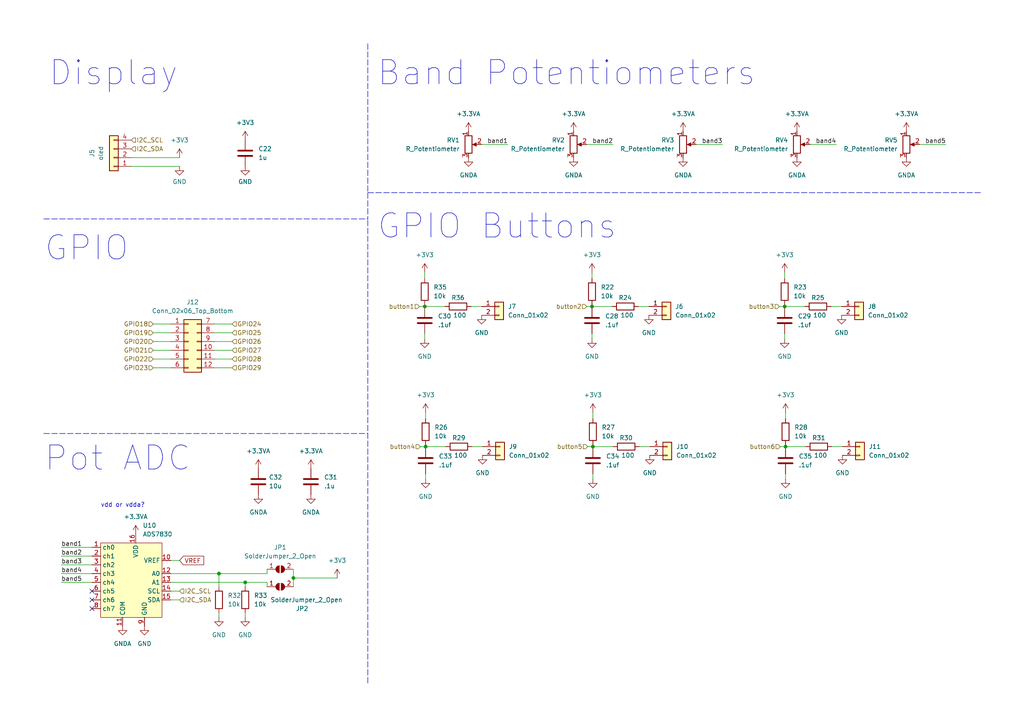
<source format=kicad_sch>
(kicad_sch (version 20211123) (generator eeschema)

  (uuid e32d5842-d631-4a85-93c4-b47f9338a796)

  (paper "A4")

  (title_block
    (title "F.R.E.T. Board")
    (date "2023-09-27")
    (rev "1.00")
    (company "Jim Horwitz, Julia Brubach, Peter Buglewicz")
  )

  (lib_symbols
    (symbol "Connector_Generic:Conn_01x02" (pin_names (offset 1.016) hide) (in_bom yes) (on_board yes)
      (property "Reference" "J" (id 0) (at 0 2.54 0)
        (effects (font (size 1.27 1.27)))
      )
      (property "Value" "Conn_01x02" (id 1) (at 0 -5.08 0)
        (effects (font (size 1.27 1.27)))
      )
      (property "Footprint" "" (id 2) (at 0 0 0)
        (effects (font (size 1.27 1.27)) hide)
      )
      (property "Datasheet" "~" (id 3) (at 0 0 0)
        (effects (font (size 1.27 1.27)) hide)
      )
      (property "ki_keywords" "connector" (id 4) (at 0 0 0)
        (effects (font (size 1.27 1.27)) hide)
      )
      (property "ki_description" "Generic connector, single row, 01x02, script generated (kicad-library-utils/schlib/autogen/connector/)" (id 5) (at 0 0 0)
        (effects (font (size 1.27 1.27)) hide)
      )
      (property "ki_fp_filters" "Connector*:*_1x??_*" (id 6) (at 0 0 0)
        (effects (font (size 1.27 1.27)) hide)
      )
      (symbol "Conn_01x02_1_1"
        (rectangle (start -1.27 -2.413) (end 0 -2.667)
          (stroke (width 0.1524) (type default) (color 0 0 0 0))
          (fill (type none))
        )
        (rectangle (start -1.27 0.127) (end 0 -0.127)
          (stroke (width 0.1524) (type default) (color 0 0 0 0))
          (fill (type none))
        )
        (rectangle (start -1.27 1.27) (end 1.27 -3.81)
          (stroke (width 0.254) (type default) (color 0 0 0 0))
          (fill (type background))
        )
        (pin passive line (at -5.08 0 0) (length 3.81)
          (name "Pin_1" (effects (font (size 1.27 1.27))))
          (number "1" (effects (font (size 1.27 1.27))))
        )
        (pin passive line (at -5.08 -2.54 0) (length 3.81)
          (name "Pin_2" (effects (font (size 1.27 1.27))))
          (number "2" (effects (font (size 1.27 1.27))))
        )
      )
    )
    (symbol "Connector_Generic:Conn_01x04" (pin_names (offset 1.016) hide) (in_bom yes) (on_board yes)
      (property "Reference" "J" (id 0) (at 0 5.08 0)
        (effects (font (size 1.27 1.27)))
      )
      (property "Value" "Conn_01x04" (id 1) (at 0 -7.62 0)
        (effects (font (size 1.27 1.27)))
      )
      (property "Footprint" "" (id 2) (at 0 0 0)
        (effects (font (size 1.27 1.27)) hide)
      )
      (property "Datasheet" "~" (id 3) (at 0 0 0)
        (effects (font (size 1.27 1.27)) hide)
      )
      (property "ki_keywords" "connector" (id 4) (at 0 0 0)
        (effects (font (size 1.27 1.27)) hide)
      )
      (property "ki_description" "Generic connector, single row, 01x04, script generated (kicad-library-utils/schlib/autogen/connector/)" (id 5) (at 0 0 0)
        (effects (font (size 1.27 1.27)) hide)
      )
      (property "ki_fp_filters" "Connector*:*_1x??_*" (id 6) (at 0 0 0)
        (effects (font (size 1.27 1.27)) hide)
      )
      (symbol "Conn_01x04_1_1"
        (rectangle (start -1.27 -4.953) (end 0 -5.207)
          (stroke (width 0.1524) (type default) (color 0 0 0 0))
          (fill (type none))
        )
        (rectangle (start -1.27 -2.413) (end 0 -2.667)
          (stroke (width 0.1524) (type default) (color 0 0 0 0))
          (fill (type none))
        )
        (rectangle (start -1.27 0.127) (end 0 -0.127)
          (stroke (width 0.1524) (type default) (color 0 0 0 0))
          (fill (type none))
        )
        (rectangle (start -1.27 2.667) (end 0 2.413)
          (stroke (width 0.1524) (type default) (color 0 0 0 0))
          (fill (type none))
        )
        (rectangle (start -1.27 3.81) (end 1.27 -6.35)
          (stroke (width 0.254) (type default) (color 0 0 0 0))
          (fill (type background))
        )
        (pin passive line (at -5.08 2.54 0) (length 3.81)
          (name "Pin_1" (effects (font (size 1.27 1.27))))
          (number "1" (effects (font (size 1.27 1.27))))
        )
        (pin passive line (at -5.08 0 0) (length 3.81)
          (name "Pin_2" (effects (font (size 1.27 1.27))))
          (number "2" (effects (font (size 1.27 1.27))))
        )
        (pin passive line (at -5.08 -2.54 0) (length 3.81)
          (name "Pin_3" (effects (font (size 1.27 1.27))))
          (number "3" (effects (font (size 1.27 1.27))))
        )
        (pin passive line (at -5.08 -5.08 0) (length 3.81)
          (name "Pin_4" (effects (font (size 1.27 1.27))))
          (number "4" (effects (font (size 1.27 1.27))))
        )
      )
    )
    (symbol "Connector_Generic:Conn_02x06_Top_Bottom" (pin_names (offset 1.016) hide) (in_bom yes) (on_board yes)
      (property "Reference" "J" (id 0) (at 1.27 7.62 0)
        (effects (font (size 1.27 1.27)))
      )
      (property "Value" "Conn_02x06_Top_Bottom" (id 1) (at 1.27 -10.16 0)
        (effects (font (size 1.27 1.27)))
      )
      (property "Footprint" "" (id 2) (at 0 0 0)
        (effects (font (size 1.27 1.27)) hide)
      )
      (property "Datasheet" "~" (id 3) (at 0 0 0)
        (effects (font (size 1.27 1.27)) hide)
      )
      (property "ki_keywords" "connector" (id 4) (at 0 0 0)
        (effects (font (size 1.27 1.27)) hide)
      )
      (property "ki_description" "Generic connector, double row, 02x06, top/bottom pin numbering scheme (row 1: 1...pins_per_row, row2: pins_per_row+1 ... num_pins), script generated (kicad-library-utils/schlib/autogen/connector/)" (id 5) (at 0 0 0)
        (effects (font (size 1.27 1.27)) hide)
      )
      (property "ki_fp_filters" "Connector*:*_2x??_*" (id 6) (at 0 0 0)
        (effects (font (size 1.27 1.27)) hide)
      )
      (symbol "Conn_02x06_Top_Bottom_1_1"
        (rectangle (start -1.27 -7.493) (end 0 -7.747)
          (stroke (width 0.1524) (type default) (color 0 0 0 0))
          (fill (type none))
        )
        (rectangle (start -1.27 -4.953) (end 0 -5.207)
          (stroke (width 0.1524) (type default) (color 0 0 0 0))
          (fill (type none))
        )
        (rectangle (start -1.27 -2.413) (end 0 -2.667)
          (stroke (width 0.1524) (type default) (color 0 0 0 0))
          (fill (type none))
        )
        (rectangle (start -1.27 0.127) (end 0 -0.127)
          (stroke (width 0.1524) (type default) (color 0 0 0 0))
          (fill (type none))
        )
        (rectangle (start -1.27 2.667) (end 0 2.413)
          (stroke (width 0.1524) (type default) (color 0 0 0 0))
          (fill (type none))
        )
        (rectangle (start -1.27 5.207) (end 0 4.953)
          (stroke (width 0.1524) (type default) (color 0 0 0 0))
          (fill (type none))
        )
        (rectangle (start -1.27 6.35) (end 3.81 -8.89)
          (stroke (width 0.254) (type default) (color 0 0 0 0))
          (fill (type background))
        )
        (rectangle (start 3.81 -7.493) (end 2.54 -7.747)
          (stroke (width 0.1524) (type default) (color 0 0 0 0))
          (fill (type none))
        )
        (rectangle (start 3.81 -4.953) (end 2.54 -5.207)
          (stroke (width 0.1524) (type default) (color 0 0 0 0))
          (fill (type none))
        )
        (rectangle (start 3.81 -2.413) (end 2.54 -2.667)
          (stroke (width 0.1524) (type default) (color 0 0 0 0))
          (fill (type none))
        )
        (rectangle (start 3.81 0.127) (end 2.54 -0.127)
          (stroke (width 0.1524) (type default) (color 0 0 0 0))
          (fill (type none))
        )
        (rectangle (start 3.81 2.667) (end 2.54 2.413)
          (stroke (width 0.1524) (type default) (color 0 0 0 0))
          (fill (type none))
        )
        (rectangle (start 3.81 5.207) (end 2.54 4.953)
          (stroke (width 0.1524) (type default) (color 0 0 0 0))
          (fill (type none))
        )
        (pin passive line (at -5.08 5.08 0) (length 3.81)
          (name "Pin_1" (effects (font (size 1.27 1.27))))
          (number "1" (effects (font (size 1.27 1.27))))
        )
        (pin passive line (at 7.62 -2.54 180) (length 3.81)
          (name "Pin_10" (effects (font (size 1.27 1.27))))
          (number "10" (effects (font (size 1.27 1.27))))
        )
        (pin passive line (at 7.62 -5.08 180) (length 3.81)
          (name "Pin_11" (effects (font (size 1.27 1.27))))
          (number "11" (effects (font (size 1.27 1.27))))
        )
        (pin passive line (at 7.62 -7.62 180) (length 3.81)
          (name "Pin_12" (effects (font (size 1.27 1.27))))
          (number "12" (effects (font (size 1.27 1.27))))
        )
        (pin passive line (at -5.08 2.54 0) (length 3.81)
          (name "Pin_2" (effects (font (size 1.27 1.27))))
          (number "2" (effects (font (size 1.27 1.27))))
        )
        (pin passive line (at -5.08 0 0) (length 3.81)
          (name "Pin_3" (effects (font (size 1.27 1.27))))
          (number "3" (effects (font (size 1.27 1.27))))
        )
        (pin passive line (at -5.08 -2.54 0) (length 3.81)
          (name "Pin_4" (effects (font (size 1.27 1.27))))
          (number "4" (effects (font (size 1.27 1.27))))
        )
        (pin passive line (at -5.08 -5.08 0) (length 3.81)
          (name "Pin_5" (effects (font (size 1.27 1.27))))
          (number "5" (effects (font (size 1.27 1.27))))
        )
        (pin passive line (at -5.08 -7.62 0) (length 3.81)
          (name "Pin_6" (effects (font (size 1.27 1.27))))
          (number "6" (effects (font (size 1.27 1.27))))
        )
        (pin passive line (at 7.62 5.08 180) (length 3.81)
          (name "Pin_7" (effects (font (size 1.27 1.27))))
          (number "7" (effects (font (size 1.27 1.27))))
        )
        (pin passive line (at 7.62 2.54 180) (length 3.81)
          (name "Pin_8" (effects (font (size 1.27 1.27))))
          (number "8" (effects (font (size 1.27 1.27))))
        )
        (pin passive line (at 7.62 0 180) (length 3.81)
          (name "Pin_9" (effects (font (size 1.27 1.27))))
          (number "9" (effects (font (size 1.27 1.27))))
        )
      )
    )
    (symbol "Device:C" (pin_numbers hide) (pin_names (offset 0.254)) (in_bom yes) (on_board yes)
      (property "Reference" "C" (id 0) (at 0.635 2.54 0)
        (effects (font (size 1.27 1.27)) (justify left))
      )
      (property "Value" "C" (id 1) (at 0.635 -2.54 0)
        (effects (font (size 1.27 1.27)) (justify left))
      )
      (property "Footprint" "" (id 2) (at 0.9652 -3.81 0)
        (effects (font (size 1.27 1.27)) hide)
      )
      (property "Datasheet" "~" (id 3) (at 0 0 0)
        (effects (font (size 1.27 1.27)) hide)
      )
      (property "ki_keywords" "cap capacitor" (id 4) (at 0 0 0)
        (effects (font (size 1.27 1.27)) hide)
      )
      (property "ki_description" "Unpolarized capacitor" (id 5) (at 0 0 0)
        (effects (font (size 1.27 1.27)) hide)
      )
      (property "ki_fp_filters" "C_*" (id 6) (at 0 0 0)
        (effects (font (size 1.27 1.27)) hide)
      )
      (symbol "C_0_1"
        (polyline
          (pts
            (xy -2.032 -0.762)
            (xy 2.032 -0.762)
          )
          (stroke (width 0.508) (type default) (color 0 0 0 0))
          (fill (type none))
        )
        (polyline
          (pts
            (xy -2.032 0.762)
            (xy 2.032 0.762)
          )
          (stroke (width 0.508) (type default) (color 0 0 0 0))
          (fill (type none))
        )
      )
      (symbol "C_1_1"
        (pin passive line (at 0 3.81 270) (length 2.794)
          (name "~" (effects (font (size 1.27 1.27))))
          (number "1" (effects (font (size 1.27 1.27))))
        )
        (pin passive line (at 0 -3.81 90) (length 2.794)
          (name "~" (effects (font (size 1.27 1.27))))
          (number "2" (effects (font (size 1.27 1.27))))
        )
      )
    )
    (symbol "Device:R" (pin_numbers hide) (pin_names (offset 0)) (in_bom yes) (on_board yes)
      (property "Reference" "R" (id 0) (at 2.032 0 90)
        (effects (font (size 1.27 1.27)))
      )
      (property "Value" "R" (id 1) (at 0 0 90)
        (effects (font (size 1.27 1.27)))
      )
      (property "Footprint" "" (id 2) (at -1.778 0 90)
        (effects (font (size 1.27 1.27)) hide)
      )
      (property "Datasheet" "~" (id 3) (at 0 0 0)
        (effects (font (size 1.27 1.27)) hide)
      )
      (property "ki_keywords" "R res resistor" (id 4) (at 0 0 0)
        (effects (font (size 1.27 1.27)) hide)
      )
      (property "ki_description" "Resistor" (id 5) (at 0 0 0)
        (effects (font (size 1.27 1.27)) hide)
      )
      (property "ki_fp_filters" "R_*" (id 6) (at 0 0 0)
        (effects (font (size 1.27 1.27)) hide)
      )
      (symbol "R_0_1"
        (rectangle (start -1.016 -2.54) (end 1.016 2.54)
          (stroke (width 0.254) (type default) (color 0 0 0 0))
          (fill (type none))
        )
      )
      (symbol "R_1_1"
        (pin passive line (at 0 3.81 270) (length 1.27)
          (name "~" (effects (font (size 1.27 1.27))))
          (number "1" (effects (font (size 1.27 1.27))))
        )
        (pin passive line (at 0 -3.81 90) (length 1.27)
          (name "~" (effects (font (size 1.27 1.27))))
          (number "2" (effects (font (size 1.27 1.27))))
        )
      )
    )
    (symbol "Device:R_Potentiometer" (pin_names (offset 1.016) hide) (in_bom yes) (on_board yes)
      (property "Reference" "RV" (id 0) (at -4.445 0 90)
        (effects (font (size 1.27 1.27)))
      )
      (property "Value" "R_Potentiometer" (id 1) (at -2.54 0 90)
        (effects (font (size 1.27 1.27)))
      )
      (property "Footprint" "" (id 2) (at 0 0 0)
        (effects (font (size 1.27 1.27)) hide)
      )
      (property "Datasheet" "~" (id 3) (at 0 0 0)
        (effects (font (size 1.27 1.27)) hide)
      )
      (property "ki_keywords" "resistor variable" (id 4) (at 0 0 0)
        (effects (font (size 1.27 1.27)) hide)
      )
      (property "ki_description" "Potentiometer" (id 5) (at 0 0 0)
        (effects (font (size 1.27 1.27)) hide)
      )
      (property "ki_fp_filters" "Potentiometer*" (id 6) (at 0 0 0)
        (effects (font (size 1.27 1.27)) hide)
      )
      (symbol "R_Potentiometer_0_1"
        (polyline
          (pts
            (xy 2.54 0)
            (xy 1.524 0)
          )
          (stroke (width 0) (type default) (color 0 0 0 0))
          (fill (type none))
        )
        (polyline
          (pts
            (xy 1.143 0)
            (xy 2.286 0.508)
            (xy 2.286 -0.508)
            (xy 1.143 0)
          )
          (stroke (width 0) (type default) (color 0 0 0 0))
          (fill (type outline))
        )
        (rectangle (start 1.016 2.54) (end -1.016 -2.54)
          (stroke (width 0.254) (type default) (color 0 0 0 0))
          (fill (type none))
        )
      )
      (symbol "R_Potentiometer_1_1"
        (pin passive line (at 0 3.81 270) (length 1.27)
          (name "1" (effects (font (size 1.27 1.27))))
          (number "1" (effects (font (size 1.27 1.27))))
        )
        (pin passive line (at 3.81 0 180) (length 1.27)
          (name "2" (effects (font (size 1.27 1.27))))
          (number "2" (effects (font (size 1.27 1.27))))
        )
        (pin passive line (at 0 -3.81 90) (length 1.27)
          (name "3" (effects (font (size 1.27 1.27))))
          (number "3" (effects (font (size 1.27 1.27))))
        )
      )
    )
    (symbol "JFHADC:ADS7830" (in_bom yes) (on_board yes)
      (property "Reference" "U" (id 0) (at -7.62 8.89 0)
        (effects (font (size 1.27 1.27)))
      )
      (property "Value" "ADS7830" (id 1) (at 7.62 8.89 0)
        (effects (font (size 1.27 1.27)))
      )
      (property "Footprint" "" (id 2) (at -11.43 6.35 0)
        (effects (font (size 1.27 1.27)) hide)
      )
      (property "Datasheet" "" (id 3) (at -11.43 6.35 0)
        (effects (font (size 1.27 1.27)) hide)
      )
      (symbol "ADS7830_0_0"
        (pin input line (at -11.43 6.35 0) (length 2.54)
          (name "ch0" (effects (font (size 1.27 1.27))))
          (number "1" (effects (font (size 1.27 1.27))))
        )
        (pin bidirectional line (at 11.43 2.54 180) (length 2.54)
          (name "VREF" (effects (font (size 1.27 1.27))))
          (number "10" (effects (font (size 1.27 1.27))))
        )
        (pin power_in line (at -2.54 -16.51 90) (length 2.54)
          (name "COM" (effects (font (size 1.27 1.27))))
          (number "11" (effects (font (size 1.27 1.27))))
        )
        (pin input line (at 11.43 -1.27 180) (length 2.54)
          (name "A0" (effects (font (size 1.27 1.27))))
          (number "12" (effects (font (size 1.27 1.27))))
        )
        (pin input line (at 11.43 -3.81 180) (length 2.54)
          (name "A1" (effects (font (size 1.27 1.27))))
          (number "13" (effects (font (size 1.27 1.27))))
        )
        (pin input line (at 11.43 -6.35 180) (length 2.54)
          (name "SCL" (effects (font (size 1.27 1.27))))
          (number "14" (effects (font (size 1.27 1.27))))
        )
        (pin input line (at 11.43 -8.89 180) (length 2.54)
          (name "SDA" (effects (font (size 1.27 1.27))))
          (number "15" (effects (font (size 1.27 1.27))))
        )
        (pin power_in line (at 1.27 10.16 270) (length 2.54)
          (name "VDD" (effects (font (size 1.27 1.27))))
          (number "16" (effects (font (size 1.27 1.27))))
        )
        (pin input line (at -11.43 3.81 0) (length 2.54)
          (name "ch1" (effects (font (size 1.27 1.27))))
          (number "2" (effects (font (size 1.27 1.27))))
        )
        (pin input line (at -11.43 1.27 0) (length 2.54)
          (name "ch2" (effects (font (size 1.27 1.27))))
          (number "3" (effects (font (size 1.27 1.27))))
        )
        (pin input line (at -11.43 -1.27 0) (length 2.54)
          (name "ch3" (effects (font (size 1.27 1.27))))
          (number "4" (effects (font (size 1.27 1.27))))
        )
        (pin input line (at -11.43 -3.81 0) (length 2.54)
          (name "ch4" (effects (font (size 1.27 1.27))))
          (number "5" (effects (font (size 1.27 1.27))))
        )
        (pin input line (at -11.43 -6.35 0) (length 2.54)
          (name "ch5" (effects (font (size 1.27 1.27))))
          (number "6" (effects (font (size 1.27 1.27))))
        )
        (pin input line (at -11.43 -8.89 0) (length 2.54)
          (name "ch6" (effects (font (size 1.27 1.27))))
          (number "7" (effects (font (size 1.27 1.27))))
        )
        (pin input line (at -11.43 -11.43 0) (length 2.54)
          (name "ch7" (effects (font (size 1.27 1.27))))
          (number "8" (effects (font (size 1.27 1.27))))
        )
        (pin power_in line (at 3.81 -16.51 90) (length 2.54)
          (name "GND" (effects (font (size 1.27 1.27))))
          (number "9" (effects (font (size 1.27 1.27))))
        )
      )
      (symbol "ADS7830_0_1"
        (rectangle (start -8.89 7.62) (end 8.89 -13.97)
          (stroke (width 0) (type default) (color 0 0 0 0))
          (fill (type background))
        )
      )
    )
    (symbol "Jumper:SolderJumper_2_Open" (pin_names (offset 0) hide) (in_bom yes) (on_board yes)
      (property "Reference" "JP" (id 0) (at 0 2.032 0)
        (effects (font (size 1.27 1.27)))
      )
      (property "Value" "SolderJumper_2_Open" (id 1) (at 0 -2.54 0)
        (effects (font (size 1.27 1.27)))
      )
      (property "Footprint" "" (id 2) (at 0 0 0)
        (effects (font (size 1.27 1.27)) hide)
      )
      (property "Datasheet" "~" (id 3) (at 0 0 0)
        (effects (font (size 1.27 1.27)) hide)
      )
      (property "ki_keywords" "solder jumper SPST" (id 4) (at 0 0 0)
        (effects (font (size 1.27 1.27)) hide)
      )
      (property "ki_description" "Solder Jumper, 2-pole, open" (id 5) (at 0 0 0)
        (effects (font (size 1.27 1.27)) hide)
      )
      (property "ki_fp_filters" "SolderJumper*Open*" (id 6) (at 0 0 0)
        (effects (font (size 1.27 1.27)) hide)
      )
      (symbol "SolderJumper_2_Open_0_1"
        (arc (start -0.254 1.016) (mid -1.27 0) (end -0.254 -1.016)
          (stroke (width 0) (type default) (color 0 0 0 0))
          (fill (type none))
        )
        (arc (start -0.254 1.016) (mid -1.27 0) (end -0.254 -1.016)
          (stroke (width 0) (type default) (color 0 0 0 0))
          (fill (type outline))
        )
        (polyline
          (pts
            (xy -0.254 1.016)
            (xy -0.254 -1.016)
          )
          (stroke (width 0) (type default) (color 0 0 0 0))
          (fill (type none))
        )
        (polyline
          (pts
            (xy 0.254 1.016)
            (xy 0.254 -1.016)
          )
          (stroke (width 0) (type default) (color 0 0 0 0))
          (fill (type none))
        )
        (arc (start 0.254 -1.016) (mid 1.27 0) (end 0.254 1.016)
          (stroke (width 0) (type default) (color 0 0 0 0))
          (fill (type none))
        )
        (arc (start 0.254 -1.016) (mid 1.27 0) (end 0.254 1.016)
          (stroke (width 0) (type default) (color 0 0 0 0))
          (fill (type outline))
        )
      )
      (symbol "SolderJumper_2_Open_1_1"
        (pin passive line (at -3.81 0 0) (length 2.54)
          (name "A" (effects (font (size 1.27 1.27))))
          (number "1" (effects (font (size 1.27 1.27))))
        )
        (pin passive line (at 3.81 0 180) (length 2.54)
          (name "B" (effects (font (size 1.27 1.27))))
          (number "2" (effects (font (size 1.27 1.27))))
        )
      )
    )
    (symbol "power:+3.3VA" (power) (pin_names (offset 0)) (in_bom yes) (on_board yes)
      (property "Reference" "#PWR" (id 0) (at 0 -3.81 0)
        (effects (font (size 1.27 1.27)) hide)
      )
      (property "Value" "+3.3VA" (id 1) (at 0 3.556 0)
        (effects (font (size 1.27 1.27)))
      )
      (property "Footprint" "" (id 2) (at 0 0 0)
        (effects (font (size 1.27 1.27)) hide)
      )
      (property "Datasheet" "" (id 3) (at 0 0 0)
        (effects (font (size 1.27 1.27)) hide)
      )
      (property "ki_keywords" "power-flag" (id 4) (at 0 0 0)
        (effects (font (size 1.27 1.27)) hide)
      )
      (property "ki_description" "Power symbol creates a global label with name \"+3.3VA\"" (id 5) (at 0 0 0)
        (effects (font (size 1.27 1.27)) hide)
      )
      (symbol "+3.3VA_0_1"
        (polyline
          (pts
            (xy -0.762 1.27)
            (xy 0 2.54)
          )
          (stroke (width 0) (type default) (color 0 0 0 0))
          (fill (type none))
        )
        (polyline
          (pts
            (xy 0 0)
            (xy 0 2.54)
          )
          (stroke (width 0) (type default) (color 0 0 0 0))
          (fill (type none))
        )
        (polyline
          (pts
            (xy 0 2.54)
            (xy 0.762 1.27)
          )
          (stroke (width 0) (type default) (color 0 0 0 0))
          (fill (type none))
        )
      )
      (symbol "+3.3VA_1_1"
        (pin power_in line (at 0 0 90) (length 0) hide
          (name "+3.3VA" (effects (font (size 1.27 1.27))))
          (number "1" (effects (font (size 1.27 1.27))))
        )
      )
    )
    (symbol "power:+3V3" (power) (pin_names (offset 0)) (in_bom yes) (on_board yes)
      (property "Reference" "#PWR" (id 0) (at 0 -3.81 0)
        (effects (font (size 1.27 1.27)) hide)
      )
      (property "Value" "+3V3" (id 1) (at 0 3.556 0)
        (effects (font (size 1.27 1.27)))
      )
      (property "Footprint" "" (id 2) (at 0 0 0)
        (effects (font (size 1.27 1.27)) hide)
      )
      (property "Datasheet" "" (id 3) (at 0 0 0)
        (effects (font (size 1.27 1.27)) hide)
      )
      (property "ki_keywords" "power-flag" (id 4) (at 0 0 0)
        (effects (font (size 1.27 1.27)) hide)
      )
      (property "ki_description" "Power symbol creates a global label with name \"+3V3\"" (id 5) (at 0 0 0)
        (effects (font (size 1.27 1.27)) hide)
      )
      (symbol "+3V3_0_1"
        (polyline
          (pts
            (xy -0.762 1.27)
            (xy 0 2.54)
          )
          (stroke (width 0) (type default) (color 0 0 0 0))
          (fill (type none))
        )
        (polyline
          (pts
            (xy 0 0)
            (xy 0 2.54)
          )
          (stroke (width 0) (type default) (color 0 0 0 0))
          (fill (type none))
        )
        (polyline
          (pts
            (xy 0 2.54)
            (xy 0.762 1.27)
          )
          (stroke (width 0) (type default) (color 0 0 0 0))
          (fill (type none))
        )
      )
      (symbol "+3V3_1_1"
        (pin power_in line (at 0 0 90) (length 0) hide
          (name "+3V3" (effects (font (size 1.27 1.27))))
          (number "1" (effects (font (size 1.27 1.27))))
        )
      )
    )
    (symbol "power:GND" (power) (pin_names (offset 0)) (in_bom yes) (on_board yes)
      (property "Reference" "#PWR" (id 0) (at 0 -6.35 0)
        (effects (font (size 1.27 1.27)) hide)
      )
      (property "Value" "GND" (id 1) (at 0 -3.81 0)
        (effects (font (size 1.27 1.27)))
      )
      (property "Footprint" "" (id 2) (at 0 0 0)
        (effects (font (size 1.27 1.27)) hide)
      )
      (property "Datasheet" "" (id 3) (at 0 0 0)
        (effects (font (size 1.27 1.27)) hide)
      )
      (property "ki_keywords" "power-flag" (id 4) (at 0 0 0)
        (effects (font (size 1.27 1.27)) hide)
      )
      (property "ki_description" "Power symbol creates a global label with name \"GND\" , ground" (id 5) (at 0 0 0)
        (effects (font (size 1.27 1.27)) hide)
      )
      (symbol "GND_0_1"
        (polyline
          (pts
            (xy 0 0)
            (xy 0 -1.27)
            (xy 1.27 -1.27)
            (xy 0 -2.54)
            (xy -1.27 -1.27)
            (xy 0 -1.27)
          )
          (stroke (width 0) (type default) (color 0 0 0 0))
          (fill (type none))
        )
      )
      (symbol "GND_1_1"
        (pin power_in line (at 0 0 270) (length 0) hide
          (name "GND" (effects (font (size 1.27 1.27))))
          (number "1" (effects (font (size 1.27 1.27))))
        )
      )
    )
    (symbol "power:GNDA" (power) (pin_names (offset 0)) (in_bom yes) (on_board yes)
      (property "Reference" "#PWR" (id 0) (at 0 -6.35 0)
        (effects (font (size 1.27 1.27)) hide)
      )
      (property "Value" "GNDA" (id 1) (at 0 -3.81 0)
        (effects (font (size 1.27 1.27)))
      )
      (property "Footprint" "" (id 2) (at 0 0 0)
        (effects (font (size 1.27 1.27)) hide)
      )
      (property "Datasheet" "" (id 3) (at 0 0 0)
        (effects (font (size 1.27 1.27)) hide)
      )
      (property "ki_keywords" "power-flag" (id 4) (at 0 0 0)
        (effects (font (size 1.27 1.27)) hide)
      )
      (property "ki_description" "Power symbol creates a global label with name \"GNDA\" , analog ground" (id 5) (at 0 0 0)
        (effects (font (size 1.27 1.27)) hide)
      )
      (symbol "GNDA_0_1"
        (polyline
          (pts
            (xy 0 0)
            (xy 0 -1.27)
            (xy 1.27 -1.27)
            (xy 0 -2.54)
            (xy -1.27 -1.27)
            (xy 0 -1.27)
          )
          (stroke (width 0) (type default) (color 0 0 0 0))
          (fill (type none))
        )
      )
      (symbol "GNDA_1_1"
        (pin power_in line (at 0 0 270) (length 0) hide
          (name "GNDA" (effects (font (size 1.27 1.27))))
          (number "1" (effects (font (size 1.27 1.27))))
        )
      )
    )
  )

  (junction (at 123.444 129.54) (diameter 0) (color 0 0 0 0)
    (uuid 384de2d2-7f17-4278-b722-193eb9de9b12)
  )
  (junction (at 63.5 166.37) (diameter 0) (color 0 0 0 0)
    (uuid 3b1c005b-5f35-4b66-9e17-baf5875e06a0)
  )
  (junction (at 71.12 168.91) (diameter 0) (color 0 0 0 0)
    (uuid 44e36e33-dfae-4a56-b226-35187c4ca3c8)
  )
  (junction (at 227.838 129.54) (diameter 0) (color 0 0 0 0)
    (uuid 8bba6a95-5e5e-4831-9a27-8c202696a245)
  )
  (junction (at 85.09 167.64) (diameter 0) (color 0 0 0 0)
    (uuid 9cc761c7-40d4-497c-a56a-6e9090c78fcc)
  )
  (junction (at 123.19 88.9) (diameter 0) (color 0 0 0 0)
    (uuid e4ce76d3-70c9-4da3-bf5c-8d3445067f10)
  )
  (junction (at 227.584 88.9) (diameter 0) (color 0 0 0 0)
    (uuid e90f5087-dd3d-4883-8d7f-9cd098e75c27)
  )
  (junction (at 171.958 129.54) (diameter 0) (color 0 0 0 0)
    (uuid ee04b884-dab7-46a0-a43a-45d205c28e96)
  )
  (junction (at 171.704 88.9) (diameter 0) (color 0 0 0 0)
    (uuid f4e4a2a5-85a3-4eed-9ed3-e4362621df58)
  )

  (no_connect (at 26.67 176.53) (uuid 9ea2f11d-b75f-4686-956e-6563a9702af3))
  (no_connect (at 26.67 173.99) (uuid 9ea2f11d-b75f-4686-956e-6563a9702af4))
  (no_connect (at 26.67 171.45) (uuid 9ea2f11d-b75f-4686-956e-6563a9702af5))

  (wire (pts (xy 63.5 166.37) (xy 63.5 170.18))
    (stroke (width 0) (type default) (color 0 0 0 0))
    (uuid 09ca6e73-b4b9-4e8a-975a-218780338cec)
  )
  (wire (pts (xy 17.78 168.91) (xy 26.67 168.91))
    (stroke (width 0) (type default) (color 0 0 0 0))
    (uuid 09e7fa27-d6e4-4cac-86c8-5cf2562da5d5)
  )
  (wire (pts (xy 123.19 98.298) (xy 123.19 96.774))
    (stroke (width 0) (type default) (color 0 0 0 0))
    (uuid 0ac50e72-59e7-4ab4-aba8-1baa85139ec6)
  )
  (wire (pts (xy 171.704 88.392) (xy 171.704 88.9))
    (stroke (width 0) (type default) (color 0 0 0 0))
    (uuid 11e81e9e-b9c6-4c9d-bec4-c79cde44da90)
  )
  (wire (pts (xy 233.68 129.54) (xy 227.838 129.54))
    (stroke (width 0) (type default) (color 0 0 0 0))
    (uuid 125db955-2bb1-4a65-a37d-4886b81fb718)
  )
  (wire (pts (xy 49.53 173.99) (xy 52.07 173.99))
    (stroke (width 0) (type default) (color 0 0 0 0))
    (uuid 142b8ca2-cbc4-4264-aca7-1c3a6589d9a3)
  )
  (wire (pts (xy 85.09 167.64) (xy 85.09 170.18))
    (stroke (width 0) (type default) (color 0 0 0 0))
    (uuid 145981e8-559e-4bc1-86ba-ebe943cf7341)
  )
  (wire (pts (xy 226.314 129.54) (xy 227.838 129.54))
    (stroke (width 0) (type default) (color 0 0 0 0))
    (uuid 146aafdb-4a91-4a28-ba93-abaefee81e0a)
  )
  (polyline (pts (xy 106.68 55.88) (xy 106.68 63.5))
    (stroke (width 0) (type default) (color 0 0 0 0))
    (uuid 1c642d70-7c0b-4d77-ad57-a033132f4fcf)
  )

  (wire (pts (xy 139.7 88.9) (xy 136.652 88.9))
    (stroke (width 0) (type default) (color 0 0 0 0))
    (uuid 1e995f97-cb71-41e4-8d71-ea290a2ce243)
  )
  (polyline (pts (xy 106.68 12.7) (xy 106.68 55.88))
    (stroke (width 0) (type default) (color 0 0 0 0))
    (uuid 20df669b-f59b-4a41-9bbe-89c9c3852921)
  )

  (wire (pts (xy 188.214 88.9) (xy 185.166 88.9))
    (stroke (width 0) (type default) (color 0 0 0 0))
    (uuid 287d3133-b7f8-40a8-a63d-53cc14a15723)
  )
  (wire (pts (xy 244.094 88.9) (xy 241.046 88.9))
    (stroke (width 0) (type default) (color 0 0 0 0))
    (uuid 29636f98-e4df-4bc7-88f3-94382d1e7e27)
  )
  (wire (pts (xy 71.12 179.07) (xy 71.12 177.8))
    (stroke (width 0) (type default) (color 0 0 0 0))
    (uuid 2a95f648-2bd3-4389-b4cc-9e9145249a98)
  )
  (wire (pts (xy 121.92 129.54) (xy 123.444 129.54))
    (stroke (width 0) (type default) (color 0 0 0 0))
    (uuid 2d3a5b1c-b2cb-4e69-b3c0-547415ab34bd)
  )
  (wire (pts (xy 44.45 101.6) (xy 49.53 101.6))
    (stroke (width 0) (type default) (color 0 0 0 0))
    (uuid 32ec0863-31c7-4c48-969a-5514b6543aad)
  )
  (wire (pts (xy 227.584 98.298) (xy 227.584 96.774))
    (stroke (width 0) (type default) (color 0 0 0 0))
    (uuid 335f3270-0186-455c-8dd6-66110b580158)
  )
  (wire (pts (xy 123.444 129.032) (xy 123.444 129.54))
    (stroke (width 0) (type default) (color 0 0 0 0))
    (uuid 337ce4a2-a01d-44a0-ae7f-87cda4893fa8)
  )
  (wire (pts (xy 123.444 129.54) (xy 123.444 129.794))
    (stroke (width 0) (type default) (color 0 0 0 0))
    (uuid 370a1225-06b6-4e9d-87a6-368fbe8c26a0)
  )
  (wire (pts (xy 123.19 88.392) (xy 123.19 88.9))
    (stroke (width 0) (type default) (color 0 0 0 0))
    (uuid 39aa5a49-8014-498e-b58d-60c3b09d2d79)
  )
  (wire (pts (xy 85.09 167.64) (xy 97.79 167.64))
    (stroke (width 0) (type default) (color 0 0 0 0))
    (uuid 39b8c1b4-7f68-4b9d-8d8d-b8507203ea8e)
  )
  (wire (pts (xy 244.348 129.54) (xy 241.3 129.54))
    (stroke (width 0) (type default) (color 0 0 0 0))
    (uuid 3c363e69-9e2e-4e47-ab48-747ed84e59a3)
  )
  (wire (pts (xy 121.666 88.9) (xy 123.19 88.9))
    (stroke (width 0) (type default) (color 0 0 0 0))
    (uuid 3c37eae6-1b29-4f2a-bbf1-db10bb2cf606)
  )
  (wire (pts (xy 170.18 41.91) (xy 177.8 41.91))
    (stroke (width 0) (type default) (color 0 0 0 0))
    (uuid 428f385a-4e86-401a-8cd7-52d2e2e1b741)
  )
  (wire (pts (xy 227.584 78.994) (xy 227.584 80.772))
    (stroke (width 0) (type default) (color 0 0 0 0))
    (uuid 432645d7-2a2c-4502-add1-06c8e966897d)
  )
  (wire (pts (xy 234.95 41.91) (xy 242.57 41.91))
    (stroke (width 0) (type default) (color 0 0 0 0))
    (uuid 43ed06a4-9894-4c9a-89d7-16591fa63ad9)
  )
  (wire (pts (xy 227.838 129.54) (xy 227.838 129.794))
    (stroke (width 0) (type default) (color 0 0 0 0))
    (uuid 44b87c67-9f42-44a7-9c6f-a0180036ffe4)
  )
  (wire (pts (xy 49.53 168.91) (xy 71.12 168.91))
    (stroke (width 0) (type default) (color 0 0 0 0))
    (uuid 46b44e43-111d-47d2-996c-22651a966813)
  )
  (wire (pts (xy 227.838 119.634) (xy 227.838 121.412))
    (stroke (width 0) (type default) (color 0 0 0 0))
    (uuid 46b849b4-6966-4eff-be04-f1c7138e1a3f)
  )
  (wire (pts (xy 201.93 41.91) (xy 209.55 41.91))
    (stroke (width 0) (type default) (color 0 0 0 0))
    (uuid 471a6339-6519-48e9-8829-7a7df33a3b47)
  )
  (wire (pts (xy 171.704 98.298) (xy 171.704 96.774))
    (stroke (width 0) (type default) (color 0 0 0 0))
    (uuid 4a2ab688-e548-448e-994e-c72b076d8b86)
  )
  (wire (pts (xy 17.78 161.29) (xy 26.67 161.29))
    (stroke (width 0) (type default) (color 0 0 0 0))
    (uuid 50502112-565c-40ea-bbb4-c091728ac1c7)
  )
  (wire (pts (xy 233.426 88.9) (xy 227.584 88.9))
    (stroke (width 0) (type default) (color 0 0 0 0))
    (uuid 5375e312-0a51-4575-bf68-8cba2acb4a39)
  )
  (wire (pts (xy 227.584 88.392) (xy 227.584 88.9))
    (stroke (width 0) (type default) (color 0 0 0 0))
    (uuid 53c40cfd-e06d-4261-bf92-0cbed82605e0)
  )
  (wire (pts (xy 62.23 104.14) (xy 67.31 104.14))
    (stroke (width 0) (type default) (color 0 0 0 0))
    (uuid 5e99b103-2842-43e9-9536-6009ccdb936e)
  )
  (wire (pts (xy 49.53 162.56) (xy 52.07 162.56))
    (stroke (width 0) (type default) (color 0 0 0 0))
    (uuid 64801639-388b-4657-b6b2-9709c8d34ab7)
  )
  (wire (pts (xy 129.032 88.9) (xy 123.19 88.9))
    (stroke (width 0) (type default) (color 0 0 0 0))
    (uuid 6841b236-6af5-49f9-88c4-d55f651a9f8b)
  )
  (wire (pts (xy 123.19 78.994) (xy 123.19 80.772))
    (stroke (width 0) (type default) (color 0 0 0 0))
    (uuid 69252e1d-fffd-43c2-b69d-3b21aff25717)
  )
  (wire (pts (xy 129.286 129.54) (xy 123.444 129.54))
    (stroke (width 0) (type default) (color 0 0 0 0))
    (uuid 6d902492-131f-4d3f-9bed-1043a8c205fd)
  )
  (wire (pts (xy 44.45 106.68) (xy 49.53 106.68))
    (stroke (width 0) (type default) (color 0 0 0 0))
    (uuid 6f644a39-074c-4b13-bf53-4a1a658ca850)
  )
  (polyline (pts (xy 106.68 198.12) (xy 106.68 63.5))
    (stroke (width 0) (type default) (color 0 0 0 0))
    (uuid 7352e141-49b2-41e5-9f11-0930f600473b)
  )

  (wire (pts (xy 71.12 168.91) (xy 77.47 168.91))
    (stroke (width 0) (type default) (color 0 0 0 0))
    (uuid 766e11af-1eae-43c3-b5b1-74dfa72580fd)
  )
  (wire (pts (xy 226.06 88.9) (xy 227.584 88.9))
    (stroke (width 0) (type default) (color 0 0 0 0))
    (uuid 7d3b0f24-f326-4841-82b2-ff8b1528cd47)
  )
  (wire (pts (xy 17.78 158.75) (xy 26.67 158.75))
    (stroke (width 0) (type default) (color 0 0 0 0))
    (uuid 7e3fb209-9ac7-4dec-b711-5e142550eb72)
  )
  (wire (pts (xy 62.23 96.52) (xy 67.31 96.52))
    (stroke (width 0) (type default) (color 0 0 0 0))
    (uuid 7e4cd443-74fd-4ee6-bb14-90e9e07b93e6)
  )
  (wire (pts (xy 171.704 88.9) (xy 171.704 89.154))
    (stroke (width 0) (type default) (color 0 0 0 0))
    (uuid 837505c2-7a95-45e6-9968-9e51aa14008a)
  )
  (wire (pts (xy 38.1 45.72) (xy 52.07 45.72))
    (stroke (width 0) (type default) (color 0 0 0 0))
    (uuid 84eab26f-e7b7-4d02-a79b-fdb3eb5cb5d1)
  )
  (polyline (pts (xy 12.7 125.73) (xy 106.68 125.73))
    (stroke (width 0) (type default) (color 0 0 0 0))
    (uuid 893b95d2-6950-4873-a296-e5f71e4c92ec)
  )

  (wire (pts (xy 139.954 129.54) (xy 136.906 129.54))
    (stroke (width 0) (type default) (color 0 0 0 0))
    (uuid 89bc73b0-39eb-4bbc-a1c7-bea04137d496)
  )
  (wire (pts (xy 85.09 165.1) (xy 85.09 167.64))
    (stroke (width 0) (type default) (color 0 0 0 0))
    (uuid 8b16b061-fd12-4d10-ae29-6c32c3484b69)
  )
  (wire (pts (xy 17.78 166.37) (xy 26.67 166.37))
    (stroke (width 0) (type default) (color 0 0 0 0))
    (uuid 8da31e81-aed2-4747-b1aa-2f52006edf98)
  )
  (wire (pts (xy 177.546 88.9) (xy 171.704 88.9))
    (stroke (width 0) (type default) (color 0 0 0 0))
    (uuid 8f2794f5-50b5-4f03-be0a-39fe866a0547)
  )
  (wire (pts (xy 266.7 41.91) (xy 274.32 41.91))
    (stroke (width 0) (type default) (color 0 0 0 0))
    (uuid 8fc49a40-f636-4910-997d-2bd4130cbb98)
  )
  (wire (pts (xy 139.7 41.91) (xy 147.32 41.91))
    (stroke (width 0) (type default) (color 0 0 0 0))
    (uuid 90059753-21ee-4072-a09b-c62f2629fff1)
  )
  (polyline (pts (xy 106.68 55.88) (xy 284.48 55.88))
    (stroke (width 0) (type default) (color 0 0 0 0))
    (uuid 909c0d3e-040d-47f2-98fb-0142e14c5c8b)
  )

  (wire (pts (xy 171.958 129.54) (xy 171.958 129.794))
    (stroke (width 0) (type default) (color 0 0 0 0))
    (uuid 910b64ef-baf9-455c-beeb-0be95b99a2a0)
  )
  (wire (pts (xy 123.444 119.634) (xy 123.444 121.412))
    (stroke (width 0) (type default) (color 0 0 0 0))
    (uuid 932fc77e-0511-4284-ac93-d2576530c847)
  )
  (wire (pts (xy 227.838 138.938) (xy 227.838 137.414))
    (stroke (width 0) (type default) (color 0 0 0 0))
    (uuid 9c928470-2a6a-4121-b92c-1c4fbba65398)
  )
  (wire (pts (xy 227.838 129.032) (xy 227.838 129.54))
    (stroke (width 0) (type default) (color 0 0 0 0))
    (uuid 9e37269b-f900-4d34-af72-1033d843329a)
  )
  (wire (pts (xy 171.958 138.938) (xy 171.958 137.414))
    (stroke (width 0) (type default) (color 0 0 0 0))
    (uuid a3c1705d-c029-4a76-883b-0330d7bab143)
  )
  (wire (pts (xy 171.958 119.634) (xy 171.958 121.412))
    (stroke (width 0) (type default) (color 0 0 0 0))
    (uuid a6a1bf4e-87f9-41f0-badc-37efa17ba8b5)
  )
  (wire (pts (xy 44.45 96.52) (xy 49.53 96.52))
    (stroke (width 0) (type default) (color 0 0 0 0))
    (uuid a7366093-bb81-49f3-90d1-2f2c2d1f4087)
  )
  (wire (pts (xy 44.45 99.06) (xy 49.53 99.06))
    (stroke (width 0) (type default) (color 0 0 0 0))
    (uuid a7ed3ee4-f3c0-44ec-9598-c6580630302b)
  )
  (wire (pts (xy 44.45 104.14) (xy 49.53 104.14))
    (stroke (width 0) (type default) (color 0 0 0 0))
    (uuid a9784c73-6748-4b8b-bd61-0079f6c31271)
  )
  (wire (pts (xy 188.468 129.54) (xy 185.42 129.54))
    (stroke (width 0) (type default) (color 0 0 0 0))
    (uuid aa5db44a-386c-43f7-9522-2fd8dba6e756)
  )
  (wire (pts (xy 52.07 48.26) (xy 38.1 48.26))
    (stroke (width 0) (type default) (color 0 0 0 0))
    (uuid aae93658-3a55-42ee-ba80-ff3189bf284c)
  )
  (wire (pts (xy 62.23 106.68) (xy 67.31 106.68))
    (stroke (width 0) (type default) (color 0 0 0 0))
    (uuid acd0548f-3673-429b-b053-205f73364ae2)
  )
  (wire (pts (xy 177.8 129.54) (xy 171.958 129.54))
    (stroke (width 0) (type default) (color 0 0 0 0))
    (uuid baad2797-19ca-41e5-848b-0dbfd36cdf71)
  )
  (wire (pts (xy 71.12 168.91) (xy 71.12 170.18))
    (stroke (width 0) (type default) (color 0 0 0 0))
    (uuid bbe029ab-68f9-4b8f-a2ed-119b86ad4fa4)
  )
  (wire (pts (xy 62.23 99.06) (xy 67.31 99.06))
    (stroke (width 0) (type default) (color 0 0 0 0))
    (uuid bf19b58e-8925-40cc-90c4-85850516a7bd)
  )
  (wire (pts (xy 123.19 88.9) (xy 123.19 89.154))
    (stroke (width 0) (type default) (color 0 0 0 0))
    (uuid c3dc4337-7dc9-48dc-be76-dbfbb2e5980f)
  )
  (wire (pts (xy 170.434 129.54) (xy 171.958 129.54))
    (stroke (width 0) (type default) (color 0 0 0 0))
    (uuid c725d6e7-1be5-468d-ac53-5fbaa25f4776)
  )
  (wire (pts (xy 170.18 88.9) (xy 171.704 88.9))
    (stroke (width 0) (type default) (color 0 0 0 0))
    (uuid c7464d01-a121-4d45-9802-8d9bf1f1d541)
  )
  (wire (pts (xy 62.23 101.6) (xy 67.31 101.6))
    (stroke (width 0) (type default) (color 0 0 0 0))
    (uuid c91111c2-db10-4b93-b868-6c0bb69f5de6)
  )
  (wire (pts (xy 44.45 93.98) (xy 49.53 93.98))
    (stroke (width 0) (type default) (color 0 0 0 0))
    (uuid cb3bc020-413e-4046-a119-c504d7dc58fc)
  )
  (wire (pts (xy 63.5 166.37) (xy 77.47 166.37))
    (stroke (width 0) (type default) (color 0 0 0 0))
    (uuid cc006bd0-b034-4009-9bd0-fff52c1fd871)
  )
  (wire (pts (xy 227.584 88.9) (xy 227.584 89.154))
    (stroke (width 0) (type default) (color 0 0 0 0))
    (uuid cd09e16c-fe08-4ffc-ba1f-822201b30aac)
  )
  (polyline (pts (xy 12.7 63.5) (xy 106.68 63.5))
    (stroke (width 0) (type default) (color 0 0 0 0))
    (uuid d171db94-b96b-4763-811c-bfb4b34d54ff)
  )

  (wire (pts (xy 171.704 78.994) (xy 171.704 80.772))
    (stroke (width 0) (type default) (color 0 0 0 0))
    (uuid d593ef37-1347-452c-841c-fc603696510c)
  )
  (wire (pts (xy 63.5 179.07) (xy 63.5 177.8))
    (stroke (width 0) (type default) (color 0 0 0 0))
    (uuid d5cfc0fb-266a-43be-a500-40f340784682)
  )
  (wire (pts (xy 62.23 93.98) (xy 67.31 93.98))
    (stroke (width 0) (type default) (color 0 0 0 0))
    (uuid d5df5eaa-f247-4b0c-9f2d-6e7a00387ccd)
  )
  (wire (pts (xy 17.78 163.83) (xy 26.67 163.83))
    (stroke (width 0) (type default) (color 0 0 0 0))
    (uuid de69d1a6-b074-4cb1-b326-f88964b63ea2)
  )
  (wire (pts (xy 77.47 170.18) (xy 77.47 168.91))
    (stroke (width 0) (type default) (color 0 0 0 0))
    (uuid e1c655f1-ad85-4e20-8f1f-e8df64952278)
  )
  (wire (pts (xy 49.53 171.45) (xy 52.07 171.45))
    (stroke (width 0) (type default) (color 0 0 0 0))
    (uuid e1e488e7-8b04-4270-8cfc-30b148ad3eca)
  )
  (wire (pts (xy 123.444 138.938) (xy 123.444 137.414))
    (stroke (width 0) (type default) (color 0 0 0 0))
    (uuid e31d42c8-9bd1-4e84-b380-d68431a5ee0e)
  )
  (wire (pts (xy 171.958 129.032) (xy 171.958 129.54))
    (stroke (width 0) (type default) (color 0 0 0 0))
    (uuid e36c41aa-62b3-47c7-a78d-ce875667cf92)
  )
  (wire (pts (xy 77.47 166.37) (xy 77.47 165.1))
    (stroke (width 0) (type default) (color 0 0 0 0))
    (uuid e8f18ae3-3ad8-4484-b201-e22118114d4c)
  )
  (wire (pts (xy 49.53 166.37) (xy 63.5 166.37))
    (stroke (width 0) (type default) (color 0 0 0 0))
    (uuid fe07b0c9-71d1-4e13-97be-f4c7d3d5ed90)
  )

  (text "vdd or vdda?\n" (at 29.21 147.32 0)
    (effects (font (size 1.27 1.27)) (justify left bottom))
    (uuid 32ef4348-1fca-44ae-a61c-180ac556103a)
  )
  (text "Display" (at 13.97 25.4 0)
    (effects (font (size 7 7)) (justify left bottom))
    (uuid 3f6a15fa-a168-4f1b-98f0-e2e722de0e40)
  )
  (text "GPIO" (at 12.7 76.2 0)
    (effects (font (size 7 7)) (justify left bottom))
    (uuid 71728151-34ce-47d9-b06e-c08423bc33de)
  )
  (text "Band Potentiometers" (at 109.22 25.4 0)
    (effects (font (size 7 7)) (justify left bottom))
    (uuid afbc3691-5835-4e57-b4f3-be3b3e386a21)
  )
  (text "Pot ADC" (at 12.7 137.16 0)
    (effects (font (size 7 7)) (justify left bottom))
    (uuid c4c7953e-b3d4-4b23-b377-63910b3bbf13)
  )
  (text "GPIO Buttons" (at 109.22 69.85 0)
    (effects (font (size 7 7)) (justify left bottom))
    (uuid ca34040f-59b7-45be-a0b8-78117fece958)
  )

  (label "band3" (at 209.55 41.91 180)
    (effects (font (size 1.27 1.27)) (justify right bottom))
    (uuid 06cd1cb3-04c3-495f-9bda-bafbc7577f85)
  )
  (label "band5" (at 274.32 41.91 180)
    (effects (font (size 1.27 1.27)) (justify right bottom))
    (uuid 10ebf825-006a-4521-9a0e-9c9dcdb041f8)
  )
  (label "band4" (at 242.57 41.91 180)
    (effects (font (size 1.27 1.27)) (justify right bottom))
    (uuid 137ab054-f8d4-4d3f-9cb4-b8ce079952bf)
  )
  (label "band1" (at 147.32 41.91 180)
    (effects (font (size 1.27 1.27)) (justify right bottom))
    (uuid 2947c4ce-4fe3-4c28-8264-d8d702e26f5d)
  )
  (label "band2" (at 17.78 161.29 0)
    (effects (font (size 1.27 1.27)) (justify left bottom))
    (uuid 6eeb065f-b958-4fad-a02f-dbf9e7852d5f)
  )
  (label "band5" (at 17.78 168.91 0)
    (effects (font (size 1.27 1.27)) (justify left bottom))
    (uuid 7fb8f723-53b2-4fa8-a46c-9373b049fe2a)
  )
  (label "band3" (at 17.78 163.83 0)
    (effects (font (size 1.27 1.27)) (justify left bottom))
    (uuid 81cd8bc3-1750-4d97-bc4b-2d98df80a06f)
  )
  (label "band4" (at 17.78 166.37 0)
    (effects (font (size 1.27 1.27)) (justify left bottom))
    (uuid 84863b68-ecc5-4675-b69e-ece1028b8c87)
  )
  (label "band2" (at 177.8 41.91 180)
    (effects (font (size 1.27 1.27)) (justify right bottom))
    (uuid 97106e83-4f0f-4579-95ee-802f7ae8eb6e)
  )
  (label "band1" (at 17.78 158.75 0)
    (effects (font (size 1.27 1.27)) (justify left bottom))
    (uuid d9c98026-d75e-4af6-8619-80df63c96f74)
  )

  (global_label "VREF" (shape input) (at 52.07 162.56 0) (fields_autoplaced)
    (effects (font (size 1.27 1.27)) (justify left))
    (uuid 6e5c489a-1a58-4a8e-b35d-e2d9ec57f6b2)
    (property "Intersheet References" "${INTERSHEET_REFS}" (id 0) (at 59.0793 162.4806 0)
      (effects (font (size 1.27 1.27)) (justify left) hide)
    )
  )

  (hierarchical_label "button5" (shape input) (at 170.434 129.54 180)
    (effects (font (size 1.27 1.27)) (justify right))
    (uuid 083ea54d-0585-4ca5-adfa-f4961ac10518)
  )
  (hierarchical_label "I2C_SCL" (shape input) (at 38.1 40.64 0)
    (effects (font (size 1.27 1.27)) (justify left))
    (uuid 091e938a-6eb1-415e-a7db-beb789269832)
  )
  (hierarchical_label "I2C_SDA" (shape input) (at 38.1 43.18 0)
    (effects (font (size 1.27 1.27)) (justify left))
    (uuid 212b586e-2492-49b4-b00f-438c5614c920)
  )
  (hierarchical_label "GPIO24" (shape input) (at 67.31 93.98 0)
    (effects (font (size 1.27 1.27)) (justify left))
    (uuid 56fc22dd-e5ff-4676-b8b6-20791ac5392d)
  )
  (hierarchical_label "button1" (shape input) (at 121.666 88.9 180)
    (effects (font (size 1.27 1.27)) (justify right))
    (uuid 60ed50c1-47c1-4cd9-bc6b-d320b21ad5a9)
  )
  (hierarchical_label "I2C_SDA" (shape input) (at 52.07 173.99 0)
    (effects (font (size 1.27 1.27)) (justify left))
    (uuid 6c6911e2-9947-4179-a624-6c97e39978b5)
  )
  (hierarchical_label "button3" (shape input) (at 226.06 88.9 180)
    (effects (font (size 1.27 1.27)) (justify right))
    (uuid 6ebdfaa3-d71e-40ef-ba1e-4f67d46cbd27)
  )
  (hierarchical_label "button6" (shape input) (at 226.314 129.54 180)
    (effects (font (size 1.27 1.27)) (justify right))
    (uuid 78b2b7d7-73a6-40a7-9dc5-0fe7efd82510)
  )
  (hierarchical_label "GPIO27" (shape input) (at 67.31 101.6 0)
    (effects (font (size 1.27 1.27)) (justify left))
    (uuid 7cf29ae2-7784-4f95-b7ca-4922463bfba5)
  )
  (hierarchical_label "GPIO26" (shape input) (at 67.31 99.06 0)
    (effects (font (size 1.27 1.27)) (justify left))
    (uuid 8010673c-9a5d-402c-8e04-01d2bd3010ac)
  )
  (hierarchical_label "button2" (shape input) (at 170.18 88.9 180)
    (effects (font (size 1.27 1.27)) (justify right))
    (uuid 944e5307-7bf0-42ab-8418-524053b733e5)
  )
  (hierarchical_label "GPIO28" (shape input) (at 67.31 104.14 0)
    (effects (font (size 1.27 1.27)) (justify left))
    (uuid a519e8cb-6aee-474d-926c-5ed79f64b9be)
  )
  (hierarchical_label "GPIO22" (shape input) (at 44.45 104.14 180)
    (effects (font (size 1.27 1.27)) (justify right))
    (uuid a86b64a1-61ad-48ea-b7ee-c370f98b4d09)
  )
  (hierarchical_label "GPIO25" (shape input) (at 67.31 96.52 0)
    (effects (font (size 1.27 1.27)) (justify left))
    (uuid aa2f11b6-7bf3-4968-9c3e-d8201c8348b9)
  )
  (hierarchical_label "GPIO29" (shape input) (at 67.31 106.68 0)
    (effects (font (size 1.27 1.27)) (justify left))
    (uuid aeed9bb3-8e4c-4fec-9310-eed977a0ca88)
  )
  (hierarchical_label "GPIO20" (shape input) (at 44.45 99.06 180)
    (effects (font (size 1.27 1.27)) (justify right))
    (uuid b1ff5e75-b506-49c5-8103-8f89b1953c27)
  )
  (hierarchical_label "GPIO19" (shape input) (at 44.45 96.52 180)
    (effects (font (size 1.27 1.27)) (justify right))
    (uuid c2420f3f-d8cf-4b05-8e39-f7e3d726a8a6)
  )
  (hierarchical_label "GPIO18" (shape input) (at 44.45 93.98 180)
    (effects (font (size 1.27 1.27)) (justify right))
    (uuid c58eacd6-2e02-452e-81d9-c19ead58cc74)
  )
  (hierarchical_label "button4" (shape input) (at 121.92 129.54 180)
    (effects (font (size 1.27 1.27)) (justify right))
    (uuid ca423880-d33a-4bb4-ae56-b0b5fe54b49b)
  )
  (hierarchical_label "GPIO23" (shape input) (at 44.45 106.68 180)
    (effects (font (size 1.27 1.27)) (justify right))
    (uuid ccb2ff16-8ddd-4766-86e8-ce116bfd21e3)
  )
  (hierarchical_label "GPIO21" (shape input) (at 44.45 101.6 180)
    (effects (font (size 1.27 1.27)) (justify right))
    (uuid ce2156d9-1602-41e3-95c3-3aa2bb4621c5)
  )
  (hierarchical_label "I2C_SCL" (shape input) (at 52.07 171.45 0)
    (effects (font (size 1.27 1.27)) (justify left))
    (uuid fcec1d83-4432-4259-9ef6-31b983be59b9)
  )

  (symbol (lib_id "power:GND") (at 171.958 138.938 0) (unit 1)
    (in_bom yes) (on_board yes) (fields_autoplaced)
    (uuid 026f2b85-b464-475a-8a28-312ec01370c8)
    (property "Reference" "#PWR0203" (id 0) (at 171.958 145.288 0)
      (effects (font (size 1.27 1.27)) hide)
    )
    (property "Value" "GND" (id 1) (at 171.958 144.018 0))
    (property "Footprint" "" (id 2) (at 171.958 138.938 0)
      (effects (font (size 1.27 1.27)) hide)
    )
    (property "Datasheet" "" (id 3) (at 171.958 138.938 0)
      (effects (font (size 1.27 1.27)) hide)
    )
    (pin "1" (uuid b38bbd17-409b-4bc1-9f20-aaff81b146aa))
  )

  (symbol (lib_id "Connector_Generic:Conn_01x02") (at 145.034 129.54 0) (unit 1)
    (in_bom yes) (on_board yes) (fields_autoplaced)
    (uuid 04d5a023-110d-4262-9ed9-0b8177f2eb4c)
    (property "Reference" "J9" (id 0) (at 147.574 129.5399 0)
      (effects (font (size 1.27 1.27)) (justify left))
    )
    (property "Value" "Conn_01x02" (id 1) (at 147.574 132.0799 0)
      (effects (font (size 1.27 1.27)) (justify left))
    )
    (property "Footprint" "Connector_PinHeader_2.54mm:PinHeader_1x02_P2.54mm_Vertical" (id 2) (at 145.034 129.54 0)
      (effects (font (size 1.27 1.27)) hide)
    )
    (property "Datasheet" "~" (id 3) (at 145.034 129.54 0)
      (effects (font (size 1.27 1.27)) hide)
    )
    (pin "1" (uuid 383102a6-eee2-4900-ba43-f9e6ff8f3f76))
    (pin "2" (uuid e95e00de-3fa4-4933-9582-9972f36b48c9))
  )

  (symbol (lib_id "JFHADC:ADS7830") (at 38.1 165.1 0) (unit 1)
    (in_bom yes) (on_board yes) (fields_autoplaced)
    (uuid 0705bcdc-728d-4f47-a828-ffdf1337f74f)
    (property "Reference" "U10" (id 0) (at 41.3894 152.4 0)
      (effects (font (size 1.27 1.27)) (justify left))
    )
    (property "Value" "ADS7830" (id 1) (at 41.3894 154.94 0)
      (effects (font (size 1.27 1.27)) (justify left))
    )
    (property "Footprint" "JFHADC:PW16" (id 2) (at 26.67 158.75 0)
      (effects (font (size 1.27 1.27)) hide)
    )
    (property "Datasheet" "https://jlcpcb.com/partdetail/TexasInstruments-ADS7830IPWR/C161747" (id 3) (at 26.67 158.75 0)
      (effects (font (size 1.27 1.27)) hide)
    )
    (property "LCSC Part Number" "C161747" (id 4) (at 38.1 165.1 0)
      (effects (font (size 1.27 1.27)) hide)
    )
    (pin "1" (uuid f0fb0f3f-d669-4b5f-999e-b2c4088be7b5))
    (pin "10" (uuid 8e2ccb65-58d1-4017-a33b-2692c074f619))
    (pin "11" (uuid ad7b9e49-8f87-432d-8cd2-fbfa5d29fcbf))
    (pin "12" (uuid 3efda8a3-aaa7-4365-93a4-a81cb771a408))
    (pin "13" (uuid d616afd2-97dd-440e-93a1-52bf50e9bf01))
    (pin "14" (uuid c6a5a171-8590-4a16-8aca-0060947f6989))
    (pin "15" (uuid 58c7a631-a8fc-4bb6-b754-2f6e6277f6a5))
    (pin "16" (uuid 29823298-6520-42fa-bf59-b089cf86df6d))
    (pin "2" (uuid 7a554cd1-86fd-432c-b40c-7dcd7e4059cf))
    (pin "3" (uuid c6339ce2-421d-4937-bd1e-9a9272b4a35a))
    (pin "4" (uuid fd091814-4aed-495c-b5eb-9267a0f8a956))
    (pin "5" (uuid e0bc75ce-9f72-4e82-a374-60e11ac30c79))
    (pin "6" (uuid 8955f3fe-9834-4154-b8d1-b4b94d6d5a04))
    (pin "7" (uuid 091fea27-c3b3-4306-995e-3696ae82fdde))
    (pin "8" (uuid 20ad430b-9ace-4bc6-91ce-c9f9eedd5bc3))
    (pin "9" (uuid c57ab6cb-4639-435e-9e3d-4297a32bdbca))
  )

  (symbol (lib_id "Device:R") (at 123.19 84.582 0) (unit 1)
    (in_bom yes) (on_board yes) (fields_autoplaced)
    (uuid 1388fb18-768b-40fb-8d63-6f3a672f3336)
    (property "Reference" "R35" (id 0) (at 125.73 83.3119 0)
      (effects (font (size 1.27 1.27)) (justify left))
    )
    (property "Value" "10k" (id 1) (at 125.73 85.8519 0)
      (effects (font (size 1.27 1.27)) (justify left))
    )
    (property "Footprint" "Resistor_SMD:R_0603_1608Metric" (id 2) (at 121.412 84.582 90)
      (effects (font (size 1.27 1.27)) hide)
    )
    (property "Datasheet" "~" (id 3) (at 123.19 84.582 0)
      (effects (font (size 1.27 1.27)) hide)
    )
    (pin "1" (uuid bf24bcfb-e987-411a-b9ae-8db0917e824b))
    (pin "2" (uuid 9a83807b-f89b-47a9-a2c1-f347c7057bd6))
  )

  (symbol (lib_id "power:+3.3VA") (at 262.89 38.1 0) (unit 1)
    (in_bom yes) (on_board yes) (fields_autoplaced)
    (uuid 149914bd-3461-47a4-bcab-4aa12cd1f312)
    (property "Reference" "#PWR0182" (id 0) (at 262.89 41.91 0)
      (effects (font (size 1.27 1.27)) hide)
    )
    (property "Value" "+3.3VA" (id 1) (at 262.89 33.02 0))
    (property "Footprint" "" (id 2) (at 262.89 38.1 0)
      (effects (font (size 1.27 1.27)) hide)
    )
    (property "Datasheet" "" (id 3) (at 262.89 38.1 0)
      (effects (font (size 1.27 1.27)) hide)
    )
    (pin "1" (uuid ad0a9d0e-edf8-41ef-b281-898875985f96))
  )

  (symbol (lib_id "Device:R_Potentiometer") (at 231.14 41.91 0) (unit 1)
    (in_bom yes) (on_board yes) (fields_autoplaced)
    (uuid 15cd3619-561f-42e9-86ee-423460f5153a)
    (property "Reference" "RV4" (id 0) (at 228.6 40.6399 0)
      (effects (font (size 1.27 1.27)) (justify right))
    )
    (property "Value" "R_Potentiometer" (id 1) (at 228.6 43.1799 0)
      (effects (font (size 1.27 1.27)) (justify right))
    )
    (property "Footprint" "JFHButton:PS30-10PB1BR10K" (id 2) (at 231.14 41.91 0)
      (effects (font (size 1.27 1.27)) hide)
    )
    (property "Datasheet" "~" (id 3) (at 231.14 41.91 0)
      (effects (font (size 1.27 1.27)) hide)
    )
    (pin "1" (uuid 1340efc7-748a-4899-b307-c2107c731059))
    (pin "2" (uuid 78822b4b-88bd-421b-8421-ad19cab12afc))
    (pin "3" (uuid 98d337de-b133-450b-ba5a-2ead26ff252d))
  )

  (symbol (lib_id "power:+3.3VA") (at 166.37 38.1 0) (unit 1)
    (in_bom yes) (on_board yes) (fields_autoplaced)
    (uuid 1781aebd-0d8d-4bf2-b046-453a3c4e41cd)
    (property "Reference" "#PWR0212" (id 0) (at 166.37 41.91 0)
      (effects (font (size 1.27 1.27)) hide)
    )
    (property "Value" "+3.3VA" (id 1) (at 166.37 33.02 0))
    (property "Footprint" "" (id 2) (at 166.37 38.1 0)
      (effects (font (size 1.27 1.27)) hide)
    )
    (property "Datasheet" "" (id 3) (at 166.37 38.1 0)
      (effects (font (size 1.27 1.27)) hide)
    )
    (pin "1" (uuid b62ab218-a88b-499f-bea3-227e30e831b5))
  )

  (symbol (lib_id "power:GND") (at 63.5 179.07 0) (unit 1)
    (in_bom yes) (on_board yes) (fields_autoplaced)
    (uuid 19503cbf-e326-41bd-8f91-2839a816adf5)
    (property "Reference" "#PWR0216" (id 0) (at 63.5 185.42 0)
      (effects (font (size 1.27 1.27)) hide)
    )
    (property "Value" "GND" (id 1) (at 63.5 184.15 0))
    (property "Footprint" "" (id 2) (at 63.5 179.07 0)
      (effects (font (size 1.27 1.27)) hide)
    )
    (property "Datasheet" "" (id 3) (at 63.5 179.07 0)
      (effects (font (size 1.27 1.27)) hide)
    )
    (pin "1" (uuid ed69c85a-d8d0-4295-a6c8-ac9992d2f9d1))
  )

  (symbol (lib_id "Device:C") (at 123.19 92.964 0) (unit 1)
    (in_bom yes) (on_board yes) (fields_autoplaced)
    (uuid 1b7d8405-c057-4ef9-aec2-06ea27e5e8b4)
    (property "Reference" "C30" (id 0) (at 127 91.6939 0)
      (effects (font (size 1.27 1.27)) (justify left))
    )
    (property "Value" ".1uf" (id 1) (at 127 94.2339 0)
      (effects (font (size 1.27 1.27)) (justify left))
    )
    (property "Footprint" "Capacitor_SMD:C_0603_1608Metric" (id 2) (at 124.1552 96.774 0)
      (effects (font (size 1.27 1.27)) hide)
    )
    (property "Datasheet" "~" (id 3) (at 123.19 92.964 0)
      (effects (font (size 1.27 1.27)) hide)
    )
    (pin "1" (uuid 2b5157c9-1095-4e18-88dc-6ffb127d050e))
    (pin "2" (uuid 97fcebcc-6a2a-43c4-8d66-87b9e4fbcabd))
  )

  (symbol (lib_id "power:+3.3VA") (at 231.14 38.1 0) (unit 1)
    (in_bom yes) (on_board yes) (fields_autoplaced)
    (uuid 20bba0ed-a4da-4428-83ce-e0fddfee3521)
    (property "Reference" "#PWR0176" (id 0) (at 231.14 41.91 0)
      (effects (font (size 1.27 1.27)) hide)
    )
    (property "Value" "+3.3VA" (id 1) (at 231.14 33.02 0))
    (property "Footprint" "" (id 2) (at 231.14 38.1 0)
      (effects (font (size 1.27 1.27)) hide)
    )
    (property "Datasheet" "" (id 3) (at 231.14 38.1 0)
      (effects (font (size 1.27 1.27)) hide)
    )
    (pin "1" (uuid f024e629-1f5f-4055-b672-f45a3ca8bee5))
  )

  (symbol (lib_id "Device:C") (at 90.17 139.7 0) (unit 1)
    (in_bom yes) (on_board yes) (fields_autoplaced)
    (uuid 2bde3fa5-d8b5-480d-ab6c-68da711558e6)
    (property "Reference" "C31" (id 0) (at 93.98 138.4299 0)
      (effects (font (size 1.27 1.27)) (justify left))
    )
    (property "Value" ".1u" (id 1) (at 93.98 140.9699 0)
      (effects (font (size 1.27 1.27)) (justify left))
    )
    (property "Footprint" "Capacitor_SMD:C_0603_1608Metric" (id 2) (at 91.1352 143.51 0)
      (effects (font (size 1.27 1.27)) hide)
    )
    (property "Datasheet" "~" (id 3) (at 90.17 139.7 0)
      (effects (font (size 1.27 1.27)) hide)
    )
    (pin "1" (uuid d615a99e-735c-46dc-96b6-4971da64fbe8))
    (pin "2" (uuid 235fc000-4cd2-4828-a649-b67c5f61df79))
  )

  (symbol (lib_id "Connector_Generic:Conn_02x06_Top_Bottom") (at 54.61 99.06 0) (unit 1)
    (in_bom yes) (on_board yes) (fields_autoplaced)
    (uuid 2f6005b6-6728-418c-afde-2d3db23f4f57)
    (property "Reference" "J12" (id 0) (at 55.88 87.63 0))
    (property "Value" "Conn_02x06_Top_Bottom" (id 1) (at 55.88 90.17 0))
    (property "Footprint" "Connector_PinHeader_2.54mm:PinHeader_2x06_P2.54mm_Vertical" (id 2) (at 54.61 99.06 0)
      (effects (font (size 1.27 1.27)) hide)
    )
    (property "Datasheet" "~" (id 3) (at 54.61 99.06 0)
      (effects (font (size 1.27 1.27)) hide)
    )
    (pin "1" (uuid 0f4a6f83-850e-48d7-80e8-87b37b25a060))
    (pin "10" (uuid 1c79af11-49bd-435d-a8c2-45459cac9e0a))
    (pin "11" (uuid 479abc5e-18fb-4537-ab5a-eeae9645613c))
    (pin "12" (uuid 19a0e045-9cfa-493c-8b75-6cfdcf2fc2d5))
    (pin "2" (uuid 214240c9-1520-4255-b1d6-324dc9ec8cff))
    (pin "3" (uuid fd2adfc0-4c19-4e25-acf6-c90d6abbd88d))
    (pin "4" (uuid a8d956d7-c3a5-4d0b-8f7d-b64c9568fd62))
    (pin "5" (uuid aec7356e-0e51-44fe-b7af-2dc75729220e))
    (pin "6" (uuid cb9dc734-2966-40a4-bfae-83138d7d0351))
    (pin "7" (uuid 1bf4b52d-412c-45f7-92be-c9aa1b972467))
    (pin "8" (uuid b925aea4-ee19-482a-94f0-39679606061c))
    (pin "9" (uuid d1963b06-a6d5-42a8-b196-0ac3cea79977))
  )

  (symbol (lib_id "Device:R") (at 63.5 173.99 0) (unit 1)
    (in_bom yes) (on_board yes) (fields_autoplaced)
    (uuid 329f2852-ae83-4134-8165-73a1e5d003ff)
    (property "Reference" "R32" (id 0) (at 66.04 172.7199 0)
      (effects (font (size 1.27 1.27)) (justify left))
    )
    (property "Value" "10k" (id 1) (at 66.04 175.2599 0)
      (effects (font (size 1.27 1.27)) (justify left))
    )
    (property "Footprint" "Resistor_SMD:R_0603_1608Metric" (id 2) (at 61.722 173.99 90)
      (effects (font (size 1.27 1.27)) hide)
    )
    (property "Datasheet" "~" (id 3) (at 63.5 173.99 0)
      (effects (font (size 1.27 1.27)) hide)
    )
    (pin "1" (uuid b687134b-c531-4e1d-a812-c8a4464a3b34))
    (pin "2" (uuid 3862ac70-b2b9-42b5-9b66-564e6e8d45f9))
  )

  (symbol (lib_id "Connector_Generic:Conn_01x02") (at 249.428 129.54 0) (unit 1)
    (in_bom yes) (on_board yes) (fields_autoplaced)
    (uuid 377d1c69-94b3-44c9-bbd7-6e31b1c4d834)
    (property "Reference" "J11" (id 0) (at 251.968 129.5399 0)
      (effects (font (size 1.27 1.27)) (justify left))
    )
    (property "Value" "Conn_01x02" (id 1) (at 251.968 132.0799 0)
      (effects (font (size 1.27 1.27)) (justify left))
    )
    (property "Footprint" "Connector_PinHeader_2.54mm:PinHeader_1x02_P2.54mm_Vertical" (id 2) (at 249.428 129.54 0)
      (effects (font (size 1.27 1.27)) hide)
    )
    (property "Datasheet" "~" (id 3) (at 249.428 129.54 0)
      (effects (font (size 1.27 1.27)) hide)
    )
    (pin "1" (uuid 07f4adc1-ce99-4d8e-975d-eed79a1edc6c))
    (pin "2" (uuid 5b3c4adb-a1d5-487c-814a-0440df3b84fb))
  )

  (symbol (lib_id "Device:R") (at 237.49 129.54 90) (unit 1)
    (in_bom yes) (on_board yes)
    (uuid 388f2bf5-24fb-4794-b2e8-5bf68fd599a4)
    (property "Reference" "R31" (id 0) (at 237.49 127 90))
    (property "Value" "100" (id 1) (at 237.998 132.08 90))
    (property "Footprint" "Resistor_SMD:R_0603_1608Metric" (id 2) (at 237.49 131.318 90)
      (effects (font (size 1.27 1.27)) hide)
    )
    (property "Datasheet" "~" (id 3) (at 237.49 129.54 0)
      (effects (font (size 1.27 1.27)) hide)
    )
    (pin "1" (uuid fd46fe82-7917-4c38-921f-09ee80450163))
    (pin "2" (uuid cb6f5da3-db2f-476e-949a-5dfc4555628b))
  )

  (symbol (lib_id "Device:R") (at 237.236 88.9 90) (unit 1)
    (in_bom yes) (on_board yes)
    (uuid 38a58653-320c-491a-a1f1-5fbd8c4634a6)
    (property "Reference" "R25" (id 0) (at 237.236 86.36 90))
    (property "Value" "100" (id 1) (at 237.744 91.44 90))
    (property "Footprint" "Resistor_SMD:R_0603_1608Metric" (id 2) (at 237.236 90.678 90)
      (effects (font (size 1.27 1.27)) hide)
    )
    (property "Datasheet" "~" (id 3) (at 237.236 88.9 0)
      (effects (font (size 1.27 1.27)) hide)
    )
    (pin "1" (uuid 4b3c3025-346d-46d9-9d61-da1f8de91d8d))
    (pin "2" (uuid 08bb6aca-4418-4669-b12f-776d05590df7))
  )

  (symbol (lib_id "power:+3.3VA") (at 198.12 38.1 0) (unit 1)
    (in_bom yes) (on_board yes) (fields_autoplaced)
    (uuid 39846d40-f7f7-4001-ab33-63d062ad80c5)
    (property "Reference" "#PWR0213" (id 0) (at 198.12 41.91 0)
      (effects (font (size 1.27 1.27)) hide)
    )
    (property "Value" "+3.3VA" (id 1) (at 198.12 33.02 0))
    (property "Footprint" "" (id 2) (at 198.12 38.1 0)
      (effects (font (size 1.27 1.27)) hide)
    )
    (property "Datasheet" "" (id 3) (at 198.12 38.1 0)
      (effects (font (size 1.27 1.27)) hide)
    )
    (pin "1" (uuid 060fa1be-03cc-486b-b8ac-629d7bcef78b))
  )

  (symbol (lib_id "Device:R") (at 171.704 84.582 0) (unit 1)
    (in_bom yes) (on_board yes) (fields_autoplaced)
    (uuid 3b6247db-99b8-4e0c-b1eb-36b52bb0afbb)
    (property "Reference" "R22" (id 0) (at 174.244 83.3119 0)
      (effects (font (size 1.27 1.27)) (justify left))
    )
    (property "Value" "10k" (id 1) (at 174.244 85.8519 0)
      (effects (font (size 1.27 1.27)) (justify left))
    )
    (property "Footprint" "Resistor_SMD:R_0603_1608Metric" (id 2) (at 169.926 84.582 90)
      (effects (font (size 1.27 1.27)) hide)
    )
    (property "Datasheet" "~" (id 3) (at 171.704 84.582 0)
      (effects (font (size 1.27 1.27)) hide)
    )
    (pin "1" (uuid ee8c313e-2f25-4e15-ac31-f17fb2843692))
    (pin "2" (uuid fe7e4f88-104f-4093-b5fc-f1bd413fc0c4))
  )

  (symbol (lib_id "Device:C") (at 71.12 44.45 0) (unit 1)
    (in_bom yes) (on_board yes) (fields_autoplaced)
    (uuid 3c86e5dd-9ef1-487f-a7f8-19d9efff9e40)
    (property "Reference" "C22" (id 0) (at 74.93 43.1799 0)
      (effects (font (size 1.27 1.27)) (justify left))
    )
    (property "Value" "1u" (id 1) (at 74.93 45.7199 0)
      (effects (font (size 1.27 1.27)) (justify left))
    )
    (property "Footprint" "Capacitor_SMD:C_0603_1608Metric" (id 2) (at 72.0852 48.26 0)
      (effects (font (size 1.27 1.27)) hide)
    )
    (property "Datasheet" "~" (id 3) (at 71.12 44.45 0)
      (effects (font (size 1.27 1.27)) hide)
    )
    (pin "1" (uuid 067d8d86-1b6f-43d7-88e1-5004e82e0f8e))
    (pin "2" (uuid 8e35113d-f55c-4436-9ee3-ff06b732fdc4))
  )

  (symbol (lib_id "power:+3V3") (at 227.838 119.634 0) (unit 1)
    (in_bom yes) (on_board yes) (fields_autoplaced)
    (uuid 3f49271f-d4a0-4c3a-9cf8-cab7c3e7b797)
    (property "Reference" "#PWR0198" (id 0) (at 227.838 123.444 0)
      (effects (font (size 1.27 1.27)) hide)
    )
    (property "Value" "+3V3" (id 1) (at 227.838 114.554 0))
    (property "Footprint" "" (id 2) (at 227.838 119.634 0)
      (effects (font (size 1.27 1.27)) hide)
    )
    (property "Datasheet" "" (id 3) (at 227.838 119.634 0)
      (effects (font (size 1.27 1.27)) hide)
    )
    (pin "1" (uuid aaebd14b-082f-43cb-bd69-d798771dd7c3))
  )

  (symbol (lib_id "power:GND") (at 71.12 179.07 0) (unit 1)
    (in_bom yes) (on_board yes) (fields_autoplaced)
    (uuid 4170f4fa-0b8d-47b6-84b6-4f9459d9ece6)
    (property "Reference" "#PWR0217" (id 0) (at 71.12 185.42 0)
      (effects (font (size 1.27 1.27)) hide)
    )
    (property "Value" "GND" (id 1) (at 71.12 184.15 0))
    (property "Footprint" "" (id 2) (at 71.12 179.07 0)
      (effects (font (size 1.27 1.27)) hide)
    )
    (property "Datasheet" "" (id 3) (at 71.12 179.07 0)
      (effects (font (size 1.27 1.27)) hide)
    )
    (pin "1" (uuid e2b91d28-c2ec-444b-85e6-73a71302cacb))
  )

  (symbol (lib_id "Connector_Generic:Conn_01x02") (at 249.174 88.9 0) (unit 1)
    (in_bom yes) (on_board yes) (fields_autoplaced)
    (uuid 4232db07-72f9-4b6e-aa69-e79987416096)
    (property "Reference" "J8" (id 0) (at 251.714 88.8999 0)
      (effects (font (size 1.27 1.27)) (justify left))
    )
    (property "Value" "Conn_01x02" (id 1) (at 251.714 91.4399 0)
      (effects (font (size 1.27 1.27)) (justify left))
    )
    (property "Footprint" "Connector_PinHeader_2.54mm:PinHeader_1x02_P2.54mm_Vertical" (id 2) (at 249.174 88.9 0)
      (effects (font (size 1.27 1.27)) hide)
    )
    (property "Datasheet" "~" (id 3) (at 249.174 88.9 0)
      (effects (font (size 1.27 1.27)) hide)
    )
    (pin "1" (uuid 8a9953f7-e30f-4f46-9099-c4e1a41627f6))
    (pin "2" (uuid 52ca7b91-2850-47e0-ab00-1f42589af5ae))
  )

  (symbol (lib_id "power:GNDA") (at 231.14 45.72 0) (unit 1)
    (in_bom yes) (on_board yes) (fields_autoplaced)
    (uuid 4738d001-dc8b-4508-bc61-0324a68fe1ce)
    (property "Reference" "#PWR0177" (id 0) (at 231.14 52.07 0)
      (effects (font (size 1.27 1.27)) hide)
    )
    (property "Value" "GNDA" (id 1) (at 231.14 50.8 0))
    (property "Footprint" "" (id 2) (at 231.14 45.72 0)
      (effects (font (size 1.27 1.27)) hide)
    )
    (property "Datasheet" "" (id 3) (at 231.14 45.72 0)
      (effects (font (size 1.27 1.27)) hide)
    )
    (pin "1" (uuid 7af83ffa-427e-4340-9627-61c64ea84379))
  )

  (symbol (lib_id "power:+3.3VA") (at 90.17 135.89 0) (unit 1)
    (in_bom yes) (on_board yes) (fields_autoplaced)
    (uuid 49405dc3-2753-4724-bf6a-7480ee9226a8)
    (property "Reference" "#PWR0184" (id 0) (at 90.17 139.7 0)
      (effects (font (size 1.27 1.27)) hide)
    )
    (property "Value" "+3.3VA" (id 1) (at 90.17 130.81 0))
    (property "Footprint" "" (id 2) (at 90.17 135.89 0)
      (effects (font (size 1.27 1.27)) hide)
    )
    (property "Datasheet" "" (id 3) (at 90.17 135.89 0)
      (effects (font (size 1.27 1.27)) hide)
    )
    (pin "1" (uuid 7051c59d-3be2-47e4-a6b8-1cc6e18b50f6))
  )

  (symbol (lib_id "power:+3V3") (at 171.958 119.634 0) (unit 1)
    (in_bom yes) (on_board yes) (fields_autoplaced)
    (uuid 4e3e890c-9149-4b35-9a39-a280fb8e8e11)
    (property "Reference" "#PWR0200" (id 0) (at 171.958 123.444 0)
      (effects (font (size 1.27 1.27)) hide)
    )
    (property "Value" "+3V3" (id 1) (at 171.958 114.554 0))
    (property "Footprint" "" (id 2) (at 171.958 119.634 0)
      (effects (font (size 1.27 1.27)) hide)
    )
    (property "Datasheet" "" (id 3) (at 171.958 119.634 0)
      (effects (font (size 1.27 1.27)) hide)
    )
    (pin "1" (uuid 6f4b80c0-f884-4197-905a-67d9ee665e75))
  )

  (symbol (lib_id "power:GNDA") (at 35.56 181.61 0) (unit 1)
    (in_bom yes) (on_board yes) (fields_autoplaced)
    (uuid 4fefec48-8030-4489-b7d4-37c72221c13e)
    (property "Reference" "#PWR0173" (id 0) (at 35.56 187.96 0)
      (effects (font (size 1.27 1.27)) hide)
    )
    (property "Value" "GNDA" (id 1) (at 35.56 186.69 0))
    (property "Footprint" "" (id 2) (at 35.56 181.61 0)
      (effects (font (size 1.27 1.27)) hide)
    )
    (property "Datasheet" "" (id 3) (at 35.56 181.61 0)
      (effects (font (size 1.27 1.27)) hide)
    )
    (pin "1" (uuid 3821407d-a332-47a1-a16b-7c4273da2bb0))
  )

  (symbol (lib_id "power:GND") (at 227.584 98.298 0) (unit 1)
    (in_bom yes) (on_board yes) (fields_autoplaced)
    (uuid 50349d99-bd49-4f14-9c7a-19fb6302d05e)
    (property "Reference" "#PWR0196" (id 0) (at 227.584 104.648 0)
      (effects (font (size 1.27 1.27)) hide)
    )
    (property "Value" "GND" (id 1) (at 227.584 103.378 0))
    (property "Footprint" "" (id 2) (at 227.584 98.298 0)
      (effects (font (size 1.27 1.27)) hide)
    )
    (property "Datasheet" "" (id 3) (at 227.584 98.298 0)
      (effects (font (size 1.27 1.27)) hide)
    )
    (pin "1" (uuid a4c2ae93-2e28-4201-895b-210b7c333df4))
  )

  (symbol (lib_id "power:GND") (at 123.19 98.298 0) (unit 1)
    (in_bom yes) (on_board yes) (fields_autoplaced)
    (uuid 52913235-035f-4a1f-9e24-75d4786e659d)
    (property "Reference" "#PWR0210" (id 0) (at 123.19 104.648 0)
      (effects (font (size 1.27 1.27)) hide)
    )
    (property "Value" "GND" (id 1) (at 123.19 103.378 0))
    (property "Footprint" "" (id 2) (at 123.19 98.298 0)
      (effects (font (size 1.27 1.27)) hide)
    )
    (property "Datasheet" "" (id 3) (at 123.19 98.298 0)
      (effects (font (size 1.27 1.27)) hide)
    )
    (pin "1" (uuid ac5c1aea-bb3f-4e78-847a-18c0deb9879b))
  )

  (symbol (lib_id "power:GND") (at 52.07 48.26 0) (unit 1)
    (in_bom yes) (on_board yes) (fields_autoplaced)
    (uuid 53a63ec0-291f-4b35-b1b0-4332287b3f12)
    (property "Reference" "#PWR0206" (id 0) (at 52.07 54.61 0)
      (effects (font (size 1.27 1.27)) hide)
    )
    (property "Value" "GND" (id 1) (at 52.07 52.705 0))
    (property "Footprint" "" (id 2) (at 52.07 48.26 0)
      (effects (font (size 1.27 1.27)) hide)
    )
    (property "Datasheet" "" (id 3) (at 52.07 48.26 0)
      (effects (font (size 1.27 1.27)) hide)
    )
    (pin "1" (uuid 8b6c4820-09ea-4a77-aaf4-0ea0b78882c6))
  )

  (symbol (lib_id "Device:C") (at 227.584 92.964 0) (unit 1)
    (in_bom yes) (on_board yes) (fields_autoplaced)
    (uuid 5fa265a2-1b7b-4630-aaf6-2ce66693cb45)
    (property "Reference" "C29" (id 0) (at 231.394 91.6939 0)
      (effects (font (size 1.27 1.27)) (justify left))
    )
    (property "Value" ".1uf" (id 1) (at 231.394 94.2339 0)
      (effects (font (size 1.27 1.27)) (justify left))
    )
    (property "Footprint" "Capacitor_SMD:C_0603_1608Metric" (id 2) (at 228.5492 96.774 0)
      (effects (font (size 1.27 1.27)) hide)
    )
    (property "Datasheet" "~" (id 3) (at 227.584 92.964 0)
      (effects (font (size 1.27 1.27)) hide)
    )
    (pin "1" (uuid e7aea7f7-f33a-48b3-9a57-9f01e70a3faf))
    (pin "2" (uuid 06196018-e5ff-41eb-9d96-efbf1f195fbf))
  )

  (symbol (lib_id "power:+3V3") (at 52.07 45.72 0) (unit 1)
    (in_bom yes) (on_board yes) (fields_autoplaced)
    (uuid 63e91a81-b9b4-48fa-9711-496ff6c608da)
    (property "Reference" "#PWR0205" (id 0) (at 52.07 49.53 0)
      (effects (font (size 1.27 1.27)) hide)
    )
    (property "Value" "+3V3" (id 1) (at 52.07 40.64 0))
    (property "Footprint" "" (id 2) (at 52.07 45.72 0)
      (effects (font (size 1.27 1.27)) hide)
    )
    (property "Datasheet" "" (id 3) (at 52.07 45.72 0)
      (effects (font (size 1.27 1.27)) hide)
    )
    (pin "1" (uuid cc0a9e29-89be-4ad0-bbe2-d52beba554fa))
  )

  (symbol (lib_id "power:GNDA") (at 262.89 45.72 0) (unit 1)
    (in_bom yes) (on_board yes) (fields_autoplaced)
    (uuid 65771eeb-3e3f-4dd4-9f61-96a41ae51d71)
    (property "Reference" "#PWR0179" (id 0) (at 262.89 52.07 0)
      (effects (font (size 1.27 1.27)) hide)
    )
    (property "Value" "GNDA" (id 1) (at 262.89 50.8 0))
    (property "Footprint" "" (id 2) (at 262.89 45.72 0)
      (effects (font (size 1.27 1.27)) hide)
    )
    (property "Datasheet" "" (id 3) (at 262.89 45.72 0)
      (effects (font (size 1.27 1.27)) hide)
    )
    (pin "1" (uuid 71facef4-6681-4cc1-9051-1c7764a198df))
  )

  (symbol (lib_id "power:+3V3") (at 123.444 119.634 0) (unit 1)
    (in_bom yes) (on_board yes) (fields_autoplaced)
    (uuid 66a72d5e-164d-494a-9ae9-7f50a8c7e9f4)
    (property "Reference" "#PWR0189" (id 0) (at 123.444 123.444 0)
      (effects (font (size 1.27 1.27)) hide)
    )
    (property "Value" "+3V3" (id 1) (at 123.444 114.554 0))
    (property "Footprint" "" (id 2) (at 123.444 119.634 0)
      (effects (font (size 1.27 1.27)) hide)
    )
    (property "Datasheet" "" (id 3) (at 123.444 119.634 0)
      (effects (font (size 1.27 1.27)) hide)
    )
    (pin "1" (uuid 49bc4508-20c2-462b-b8a4-c1f279f45343))
  )

  (symbol (lib_id "Device:R_Potentiometer") (at 166.37 41.91 0) (unit 1)
    (in_bom yes) (on_board yes) (fields_autoplaced)
    (uuid 6aaa5596-15f5-40ec-8523-500ede902ed4)
    (property "Reference" "RV2" (id 0) (at 163.83 40.6399 0)
      (effects (font (size 1.27 1.27)) (justify right))
    )
    (property "Value" "R_Potentiometer" (id 1) (at 163.83 43.1799 0)
      (effects (font (size 1.27 1.27)) (justify right))
    )
    (property "Footprint" "JFHButton:PS30-10PB1BR10K" (id 2) (at 166.37 41.91 0)
      (effects (font (size 1.27 1.27)) hide)
    )
    (property "Datasheet" "~" (id 3) (at 166.37 41.91 0)
      (effects (font (size 1.27 1.27)) hide)
    )
    (pin "1" (uuid 7cd34a10-1ad8-4221-8772-49cd999168bc))
    (pin "2" (uuid 10b13e40-ff9e-48ef-9e71-73031c232e14))
    (pin "3" (uuid 31daf07b-0416-4005-a434-4555be70af02))
  )

  (symbol (lib_id "power:+3.3VA") (at 135.89 38.1 0) (unit 1)
    (in_bom yes) (on_board yes) (fields_autoplaced)
    (uuid 6eee8cf7-977c-4d3a-970a-849a84f03a48)
    (property "Reference" "#PWR0195" (id 0) (at 135.89 41.91 0)
      (effects (font (size 1.27 1.27)) hide)
    )
    (property "Value" "+3.3VA" (id 1) (at 135.89 33.02 0))
    (property "Footprint" "" (id 2) (at 135.89 38.1 0)
      (effects (font (size 1.27 1.27)) hide)
    )
    (property "Datasheet" "" (id 3) (at 135.89 38.1 0)
      (effects (font (size 1.27 1.27)) hide)
    )
    (pin "1" (uuid 6860328d-9b82-401d-bbe9-e51c40f1925d))
  )

  (symbol (lib_id "Connector_Generic:Conn_01x04") (at 33.02 45.72 180) (unit 1)
    (in_bom yes) (on_board yes)
    (uuid 72c184b2-7366-41e6-9d5e-cbeeaa7e38f2)
    (property "Reference" "J5" (id 0) (at 26.67 44.45 90))
    (property "Value" "oled" (id 1) (at 29.21 44.45 90))
    (property "Footprint" "Connector_PinHeader_2.54mm:PinHeader_1x04_P2.54mm_Vertical" (id 2) (at 33.02 45.72 0)
      (effects (font (size 1.27 1.27)) hide)
    )
    (property "Datasheet" "~" (id 3) (at 33.02 45.72 0)
      (effects (font (size 1.27 1.27)) hide)
    )
    (pin "1" (uuid f761bc54-a1c3-4355-9eb1-0caf0587b257))
    (pin "2" (uuid 43b4946c-171f-4744-bcee-04da3eedd394))
    (pin "3" (uuid 510cefc8-c4e7-47e1-90a0-788f58191a94))
    (pin "4" (uuid ebe2bd8a-e5e5-4077-a28e-82cc79dac059))
  )

  (symbol (lib_id "Device:R") (at 132.842 88.9 90) (unit 1)
    (in_bom yes) (on_board yes)
    (uuid 762ec920-cc00-49b1-9610-082c0026e81c)
    (property "Reference" "R36" (id 0) (at 132.842 86.36 90))
    (property "Value" "100" (id 1) (at 133.35 91.44 90))
    (property "Footprint" "Resistor_SMD:R_0603_1608Metric" (id 2) (at 132.842 90.678 90)
      (effects (font (size 1.27 1.27)) hide)
    )
    (property "Datasheet" "~" (id 3) (at 132.842 88.9 0)
      (effects (font (size 1.27 1.27)) hide)
    )
    (pin "1" (uuid c2e16087-c4d3-4994-90a2-19ae85b73817))
    (pin "2" (uuid 19ac7752-f73c-43bd-b2e4-d67bbf00a0fb))
  )

  (symbol (lib_id "power:GNDA") (at 198.12 45.72 0) (unit 1)
    (in_bom yes) (on_board yes) (fields_autoplaced)
    (uuid 7d04fd30-a39c-4e57-be0c-854fd77acbd6)
    (property "Reference" "#PWR0180" (id 0) (at 198.12 52.07 0)
      (effects (font (size 1.27 1.27)) hide)
    )
    (property "Value" "GNDA" (id 1) (at 198.12 50.8 0))
    (property "Footprint" "" (id 2) (at 198.12 45.72 0)
      (effects (font (size 1.27 1.27)) hide)
    )
    (property "Datasheet" "" (id 3) (at 198.12 45.72 0)
      (effects (font (size 1.27 1.27)) hide)
    )
    (pin "1" (uuid e4e09398-8545-4fa3-9ca6-2232536d3f08))
  )

  (symbol (lib_id "power:GND") (at 244.348 132.08 0) (unit 1)
    (in_bom yes) (on_board yes) (fields_autoplaced)
    (uuid 7f0a459e-0d60-47df-82ef-9b29dfb70dfd)
    (property "Reference" "#PWR0197" (id 0) (at 244.348 138.43 0)
      (effects (font (size 1.27 1.27)) hide)
    )
    (property "Value" "GND" (id 1) (at 244.348 137.16 0))
    (property "Footprint" "" (id 2) (at 244.348 132.08 0)
      (effects (font (size 1.27 1.27)) hide)
    )
    (property "Datasheet" "" (id 3) (at 244.348 132.08 0)
      (effects (font (size 1.27 1.27)) hide)
    )
    (pin "1" (uuid 3a9ecc41-65d7-4b38-ba5d-7bebf5bd60a0))
  )

  (symbol (lib_id "Device:C") (at 123.444 133.604 0) (unit 1)
    (in_bom yes) (on_board yes) (fields_autoplaced)
    (uuid 81d97ae4-7ec2-498f-9c55-8cef19f710c5)
    (property "Reference" "C33" (id 0) (at 127.254 132.3339 0)
      (effects (font (size 1.27 1.27)) (justify left))
    )
    (property "Value" ".1uf" (id 1) (at 127.254 134.8739 0)
      (effects (font (size 1.27 1.27)) (justify left))
    )
    (property "Footprint" "Capacitor_SMD:C_0603_1608Metric" (id 2) (at 124.4092 137.414 0)
      (effects (font (size 1.27 1.27)) hide)
    )
    (property "Datasheet" "~" (id 3) (at 123.444 133.604 0)
      (effects (font (size 1.27 1.27)) hide)
    )
    (pin "1" (uuid 2be5b9d4-8993-437d-93e6-4c9f10a9c3cd))
    (pin "2" (uuid 4c105f87-726e-4505-824f-00a67d70c02a))
  )

  (symbol (lib_id "power:+3.3VA") (at 39.37 154.94 0) (unit 1)
    (in_bom yes) (on_board yes) (fields_autoplaced)
    (uuid 876fccbf-7f99-4892-ad98-d1454b539bdd)
    (property "Reference" "#PWR0171" (id 0) (at 39.37 158.75 0)
      (effects (font (size 1.27 1.27)) hide)
    )
    (property "Value" "+3.3VA" (id 1) (at 39.37 149.86 0))
    (property "Footprint" "" (id 2) (at 39.37 154.94 0)
      (effects (font (size 1.27 1.27)) hide)
    )
    (property "Datasheet" "" (id 3) (at 39.37 154.94 0)
      (effects (font (size 1.27 1.27)) hide)
    )
    (pin "1" (uuid 488b460f-159e-4d1b-a13f-63f2e4fd2725))
  )

  (symbol (lib_id "Connector_Generic:Conn_01x02") (at 193.548 129.54 0) (unit 1)
    (in_bom yes) (on_board yes) (fields_autoplaced)
    (uuid 881ce156-71d9-46ff-bc81-e0ae1b8c0841)
    (property "Reference" "J10" (id 0) (at 196.088 129.5399 0)
      (effects (font (size 1.27 1.27)) (justify left))
    )
    (property "Value" "Conn_01x02" (id 1) (at 196.088 132.0799 0)
      (effects (font (size 1.27 1.27)) (justify left))
    )
    (property "Footprint" "Connector_PinHeader_2.54mm:PinHeader_1x02_P2.54mm_Vertical" (id 2) (at 193.548 129.54 0)
      (effects (font (size 1.27 1.27)) hide)
    )
    (property "Datasheet" "~" (id 3) (at 193.548 129.54 0)
      (effects (font (size 1.27 1.27)) hide)
    )
    (pin "1" (uuid a313c0f3-0a17-4ce0-8602-d0b81b9e7c47))
    (pin "2" (uuid d3ec914f-13a6-4e27-a372-2d7588323364))
  )

  (symbol (lib_id "Device:R") (at 133.096 129.54 90) (unit 1)
    (in_bom yes) (on_board yes)
    (uuid 8bb13f98-ecbb-46fd-90f9-074082d1f043)
    (property "Reference" "R29" (id 0) (at 133.096 127 90))
    (property "Value" "100" (id 1) (at 133.604 132.08 90))
    (property "Footprint" "Resistor_SMD:R_0603_1608Metric" (id 2) (at 133.096 131.318 90)
      (effects (font (size 1.27 1.27)) hide)
    )
    (property "Datasheet" "~" (id 3) (at 133.096 129.54 0)
      (effects (font (size 1.27 1.27)) hide)
    )
    (pin "1" (uuid fd225f70-da87-4dca-8434-549b2bb86fe0))
    (pin "2" (uuid 3b34fe62-d026-41ea-ad73-bb05295ba8b0))
  )

  (symbol (lib_id "Device:R") (at 181.356 88.9 90) (unit 1)
    (in_bom yes) (on_board yes)
    (uuid 8be66464-624d-476a-8aa7-273cbd21203e)
    (property "Reference" "R24" (id 0) (at 181.356 86.36 90))
    (property "Value" "100" (id 1) (at 181.864 91.44 90))
    (property "Footprint" "Resistor_SMD:R_0603_1608Metric" (id 2) (at 181.356 90.678 90)
      (effects (font (size 1.27 1.27)) hide)
    )
    (property "Datasheet" "~" (id 3) (at 181.356 88.9 0)
      (effects (font (size 1.27 1.27)) hide)
    )
    (pin "1" (uuid b0b5ee1f-644c-4cbf-b9fa-b6090d506764))
    (pin "2" (uuid 0c422f99-a1c8-453c-a295-70d006a103b2))
  )

  (symbol (lib_id "power:GNDA") (at 166.37 45.72 0) (unit 1)
    (in_bom yes) (on_board yes) (fields_autoplaced)
    (uuid 8d34117b-603c-496e-a3d5-177432d508df)
    (property "Reference" "#PWR0188" (id 0) (at 166.37 52.07 0)
      (effects (font (size 1.27 1.27)) hide)
    )
    (property "Value" "GNDA" (id 1) (at 166.37 50.8 0))
    (property "Footprint" "" (id 2) (at 166.37 45.72 0)
      (effects (font (size 1.27 1.27)) hide)
    )
    (property "Datasheet" "" (id 3) (at 166.37 45.72 0)
      (effects (font (size 1.27 1.27)) hide)
    )
    (pin "1" (uuid 34b9cbac-409f-483f-94d5-4d0941f0e278))
  )

  (symbol (lib_id "power:GNDA") (at 135.89 45.72 0) (unit 1)
    (in_bom yes) (on_board yes) (fields_autoplaced)
    (uuid 8de625fd-5980-4764-994e-d96d32096460)
    (property "Reference" "#PWR0187" (id 0) (at 135.89 52.07 0)
      (effects (font (size 1.27 1.27)) hide)
    )
    (property "Value" "GNDA" (id 1) (at 135.89 50.8 0))
    (property "Footprint" "" (id 2) (at 135.89 45.72 0)
      (effects (font (size 1.27 1.27)) hide)
    )
    (property "Datasheet" "" (id 3) (at 135.89 45.72 0)
      (effects (font (size 1.27 1.27)) hide)
    )
    (pin "1" (uuid 61362e1c-7d95-4b81-b849-3eef645865c5))
  )

  (symbol (lib_id "Connector_Generic:Conn_01x02") (at 144.78 88.9 0) (unit 1)
    (in_bom yes) (on_board yes) (fields_autoplaced)
    (uuid 911dfb4e-c279-41fc-ab63-02440fd37023)
    (property "Reference" "J7" (id 0) (at 147.32 88.8999 0)
      (effects (font (size 1.27 1.27)) (justify left))
    )
    (property "Value" "Conn_01x02" (id 1) (at 147.32 91.4399 0)
      (effects (font (size 1.27 1.27)) (justify left))
    )
    (property "Footprint" "Connector_PinHeader_2.54mm:PinHeader_1x02_P2.54mm_Vertical" (id 2) (at 144.78 88.9 0)
      (effects (font (size 1.27 1.27)) hide)
    )
    (property "Datasheet" "~" (id 3) (at 144.78 88.9 0)
      (effects (font (size 1.27 1.27)) hide)
    )
    (pin "1" (uuid 28381b03-e6b9-4a8a-b2d5-adec73271ff9))
    (pin "2" (uuid 84e539c7-c17a-47c2-9d1b-d0a1247b12c1))
  )

  (symbol (lib_id "Device:C") (at 171.704 92.964 0) (unit 1)
    (in_bom yes) (on_board yes) (fields_autoplaced)
    (uuid 95370def-f6d0-4891-b21f-4ea2b556fec5)
    (property "Reference" "C28" (id 0) (at 175.514 91.6939 0)
      (effects (font (size 1.27 1.27)) (justify left))
    )
    (property "Value" ".1uf" (id 1) (at 175.514 94.2339 0)
      (effects (font (size 1.27 1.27)) (justify left))
    )
    (property "Footprint" "Capacitor_SMD:C_0603_1608Metric" (id 2) (at 172.6692 96.774 0)
      (effects (font (size 1.27 1.27)) hide)
    )
    (property "Datasheet" "~" (id 3) (at 171.704 92.964 0)
      (effects (font (size 1.27 1.27)) hide)
    )
    (pin "1" (uuid acc7d10b-420c-4024-b19f-1e6d6d11fc1b))
    (pin "2" (uuid 60af4d34-0e14-4b4c-a696-7b2d0fb81ab6))
  )

  (symbol (lib_id "Jumper:SolderJumper_2_Open") (at 81.28 165.1 0) (unit 1)
    (in_bom yes) (on_board yes) (fields_autoplaced)
    (uuid 9c5fce66-26fa-4026-ac98-70b82ed150ab)
    (property "Reference" "JP1" (id 0) (at 81.28 158.75 0))
    (property "Value" "SolderJumper_2_Open" (id 1) (at 81.28 161.29 0))
    (property "Footprint" "Jumper:SolderJumper-2_P1.3mm_Open_TrianglePad1.0x1.5mm" (id 2) (at 81.28 165.1 0)
      (effects (font (size 1.27 1.27)) hide)
    )
    (property "Datasheet" "~" (id 3) (at 81.28 165.1 0)
      (effects (font (size 1.27 1.27)) hide)
    )
    (pin "1" (uuid fceb7ded-207c-4031-a71a-55a0699e33b8))
    (pin "2" (uuid 759d33af-38bc-4413-b1a7-cdb277aeeafb))
  )

  (symbol (lib_id "Device:C") (at 227.838 133.604 0) (unit 1)
    (in_bom yes) (on_board yes) (fields_autoplaced)
    (uuid 9cbc24f3-3006-429f-a728-9b84d251bd75)
    (property "Reference" "C35" (id 0) (at 231.648 132.3339 0)
      (effects (font (size 1.27 1.27)) (justify left))
    )
    (property "Value" ".1uf" (id 1) (at 231.648 134.8739 0)
      (effects (font (size 1.27 1.27)) (justify left))
    )
    (property "Footprint" "Capacitor_SMD:C_0603_1608Metric" (id 2) (at 228.8032 137.414 0)
      (effects (font (size 1.27 1.27)) hide)
    )
    (property "Datasheet" "~" (id 3) (at 227.838 133.604 0)
      (effects (font (size 1.27 1.27)) hide)
    )
    (pin "1" (uuid a30d5c39-69a8-4f7c-9e68-dc55804d491c))
    (pin "2" (uuid 2aaa0196-a53e-4657-bf62-a78230b77adc))
  )

  (symbol (lib_id "power:GND") (at 139.7 91.44 0) (unit 1)
    (in_bom yes) (on_board yes) (fields_autoplaced)
    (uuid 9dc0ac2f-8bbf-44e5-8498-83f4c926180c)
    (property "Reference" "#PWR0209" (id 0) (at 139.7 97.79 0)
      (effects (font (size 1.27 1.27)) hide)
    )
    (property "Value" "GND" (id 1) (at 139.7 96.52 0))
    (property "Footprint" "" (id 2) (at 139.7 91.44 0)
      (effects (font (size 1.27 1.27)) hide)
    )
    (property "Datasheet" "" (id 3) (at 139.7 91.44 0)
      (effects (font (size 1.27 1.27)) hide)
    )
    (pin "1" (uuid 81a31263-69bb-410c-9101-8aebac908366))
  )

  (symbol (lib_id "Device:R") (at 123.444 125.222 0) (unit 1)
    (in_bom yes) (on_board yes) (fields_autoplaced)
    (uuid 9fbc681e-8e68-4103-9fdc-f92e4a5bc3ff)
    (property "Reference" "R26" (id 0) (at 125.984 123.9519 0)
      (effects (font (size 1.27 1.27)) (justify left))
    )
    (property "Value" "10k" (id 1) (at 125.984 126.4919 0)
      (effects (font (size 1.27 1.27)) (justify left))
    )
    (property "Footprint" "Resistor_SMD:R_0603_1608Metric" (id 2) (at 121.666 125.222 90)
      (effects (font (size 1.27 1.27)) hide)
    )
    (property "Datasheet" "~" (id 3) (at 123.444 125.222 0)
      (effects (font (size 1.27 1.27)) hide)
    )
    (pin "1" (uuid fdecc68e-7ff3-40e1-9d00-8c1c267adcde))
    (pin "2" (uuid 4951afa5-04f3-4e11-ad07-d363237cd438))
  )

  (symbol (lib_id "power:GND") (at 71.12 48.26 0) (unit 1)
    (in_bom yes) (on_board yes) (fields_autoplaced)
    (uuid a352b9c4-3c3b-4014-a82c-4f5fcf681003)
    (property "Reference" "#PWR0207" (id 0) (at 71.12 54.61 0)
      (effects (font (size 1.27 1.27)) hide)
    )
    (property "Value" "GND" (id 1) (at 71.12 52.705 0))
    (property "Footprint" "" (id 2) (at 71.12 48.26 0)
      (effects (font (size 1.27 1.27)) hide)
    )
    (property "Datasheet" "" (id 3) (at 71.12 48.26 0)
      (effects (font (size 1.27 1.27)) hide)
    )
    (pin "1" (uuid 8e004555-a70d-4ee8-86b6-8d0d966adb20))
  )

  (symbol (lib_id "Device:R") (at 227.838 125.222 0) (unit 1)
    (in_bom yes) (on_board yes) (fields_autoplaced)
    (uuid a56c6707-e15e-4c16-bfb5-345dbfeb12d1)
    (property "Reference" "R28" (id 0) (at 230.378 123.9519 0)
      (effects (font (size 1.27 1.27)) (justify left))
    )
    (property "Value" "10k" (id 1) (at 230.378 126.4919 0)
      (effects (font (size 1.27 1.27)) (justify left))
    )
    (property "Footprint" "Resistor_SMD:R_0603_1608Metric" (id 2) (at 226.06 125.222 90)
      (effects (font (size 1.27 1.27)) hide)
    )
    (property "Datasheet" "~" (id 3) (at 227.838 125.222 0)
      (effects (font (size 1.27 1.27)) hide)
    )
    (pin "1" (uuid 50760949-824b-4321-9930-25dde25cb4af))
    (pin "2" (uuid e4df14c1-a404-4bca-809f-f8e43049192a))
  )

  (symbol (lib_id "power:GND") (at 139.954 132.08 0) (unit 1)
    (in_bom yes) (on_board yes) (fields_autoplaced)
    (uuid a97962ea-ad04-4fd8-9dd1-ce6642e75c03)
    (property "Reference" "#PWR0202" (id 0) (at 139.954 138.43 0)
      (effects (font (size 1.27 1.27)) hide)
    )
    (property "Value" "GND" (id 1) (at 139.954 137.16 0))
    (property "Footprint" "" (id 2) (at 139.954 132.08 0)
      (effects (font (size 1.27 1.27)) hide)
    )
    (property "Datasheet" "" (id 3) (at 139.954 132.08 0)
      (effects (font (size 1.27 1.27)) hide)
    )
    (pin "1" (uuid b07fe5e2-a8a6-4df4-8a76-4a18a8fb476b))
  )

  (symbol (lib_id "Device:C") (at 171.958 133.604 0) (unit 1)
    (in_bom yes) (on_board yes) (fields_autoplaced)
    (uuid b9afbb3c-63c3-4eee-a375-3c89ab7c43fb)
    (property "Reference" "C34" (id 0) (at 175.768 132.3339 0)
      (effects (font (size 1.27 1.27)) (justify left))
    )
    (property "Value" ".1uf" (id 1) (at 175.768 134.8739 0)
      (effects (font (size 1.27 1.27)) (justify left))
    )
    (property "Footprint" "Capacitor_SMD:C_0603_1608Metric" (id 2) (at 172.9232 137.414 0)
      (effects (font (size 1.27 1.27)) hide)
    )
    (property "Datasheet" "~" (id 3) (at 171.958 133.604 0)
      (effects (font (size 1.27 1.27)) hide)
    )
    (pin "1" (uuid 3429c0f7-a09d-47be-bae5-5287e1d5cb29))
    (pin "2" (uuid a91e0d77-a4b9-4bd4-8a71-4627c16207f7))
  )

  (symbol (lib_id "power:+3.3VA") (at 74.93 135.89 0) (unit 1)
    (in_bom yes) (on_board yes) (fields_autoplaced)
    (uuid bbf1e0ff-3f4a-4b0c-8f7c-0d301874332e)
    (property "Reference" "#PWR0183" (id 0) (at 74.93 139.7 0)
      (effects (font (size 1.27 1.27)) hide)
    )
    (property "Value" "+3.3VA" (id 1) (at 74.93 130.81 0))
    (property "Footprint" "" (id 2) (at 74.93 135.89 0)
      (effects (font (size 1.27 1.27)) hide)
    )
    (property "Datasheet" "" (id 3) (at 74.93 135.89 0)
      (effects (font (size 1.27 1.27)) hide)
    )
    (pin "1" (uuid 019bbe9c-0619-422e-9a1b-7e0bd4707dcf))
  )

  (symbol (lib_id "Device:R") (at 227.584 84.582 0) (unit 1)
    (in_bom yes) (on_board yes) (fields_autoplaced)
    (uuid bd1f8003-e0fd-4c4d-8e4c-8fde55ead935)
    (property "Reference" "R23" (id 0) (at 230.124 83.3119 0)
      (effects (font (size 1.27 1.27)) (justify left))
    )
    (property "Value" "10k" (id 1) (at 230.124 85.8519 0)
      (effects (font (size 1.27 1.27)) (justify left))
    )
    (property "Footprint" "Resistor_SMD:R_0603_1608Metric" (id 2) (at 225.806 84.582 90)
      (effects (font (size 1.27 1.27)) hide)
    )
    (property "Datasheet" "~" (id 3) (at 227.584 84.582 0)
      (effects (font (size 1.27 1.27)) hide)
    )
    (pin "1" (uuid 4ec5617d-6a0e-4340-bff5-d5d2e993eeba))
    (pin "2" (uuid 500866e7-90c9-481b-9ef9-4317fc0b9e03))
  )

  (symbol (lib_id "Device:R") (at 181.61 129.54 90) (unit 1)
    (in_bom yes) (on_board yes)
    (uuid c6c878fe-0b9b-4da8-95c9-011855e84640)
    (property "Reference" "R30" (id 0) (at 181.61 127 90))
    (property "Value" "100" (id 1) (at 182.118 132.08 90))
    (property "Footprint" "Resistor_SMD:R_0603_1608Metric" (id 2) (at 181.61 131.318 90)
      (effects (font (size 1.27 1.27)) hide)
    )
    (property "Datasheet" "~" (id 3) (at 181.61 129.54 0)
      (effects (font (size 1.27 1.27)) hide)
    )
    (pin "1" (uuid 61df690b-b5f7-4cac-9f21-3cd2b9a8606f))
    (pin "2" (uuid 6f1c0302-37d3-4a72-84c0-4557731b3e45))
  )

  (symbol (lib_id "power:GND") (at 123.444 138.938 0) (unit 1)
    (in_bom yes) (on_board yes) (fields_autoplaced)
    (uuid c932bb24-9536-417b-a268-6cb2237a8e86)
    (property "Reference" "#PWR0190" (id 0) (at 123.444 145.288 0)
      (effects (font (size 1.27 1.27)) hide)
    )
    (property "Value" "GND" (id 1) (at 123.444 144.018 0))
    (property "Footprint" "" (id 2) (at 123.444 138.938 0)
      (effects (font (size 1.27 1.27)) hide)
    )
    (property "Datasheet" "" (id 3) (at 123.444 138.938 0)
      (effects (font (size 1.27 1.27)) hide)
    )
    (pin "1" (uuid 159732a9-209c-4f17-b1d6-6f856c09753c))
  )

  (symbol (lib_id "power:GND") (at 188.214 91.44 0) (unit 1)
    (in_bom yes) (on_board yes) (fields_autoplaced)
    (uuid cf420dd4-0995-455e-8037-d7df2eaf8144)
    (property "Reference" "#PWR0199" (id 0) (at 188.214 97.79 0)
      (effects (font (size 1.27 1.27)) hide)
    )
    (property "Value" "GND" (id 1) (at 188.214 96.52 0))
    (property "Footprint" "" (id 2) (at 188.214 91.44 0)
      (effects (font (size 1.27 1.27)) hide)
    )
    (property "Datasheet" "" (id 3) (at 188.214 91.44 0)
      (effects (font (size 1.27 1.27)) hide)
    )
    (pin "1" (uuid ffe78d12-71d4-45b1-af11-9287dda6632a))
  )

  (symbol (lib_id "Device:C") (at 74.93 139.7 0) (unit 1)
    (in_bom yes) (on_board yes) (fields_autoplaced)
    (uuid d1c55337-d66f-49be-9ba6-53eca79cc993)
    (property "Reference" "C32" (id 0) (at 77.978 138.4299 0)
      (effects (font (size 1.27 1.27)) (justify left))
    )
    (property "Value" "10u" (id 1) (at 77.978 140.9699 0)
      (effects (font (size 1.27 1.27)) (justify left))
    )
    (property "Footprint" "Capacitor_SMD:C_0603_1608Metric" (id 2) (at 75.8952 143.51 0)
      (effects (font (size 1.27 1.27)) hide)
    )
    (property "Datasheet" "~" (id 3) (at 74.93 139.7 0)
      (effects (font (size 1.27 1.27)) hide)
    )
    (pin "1" (uuid ba03f1b8-b305-4de4-a82e-e238b8f3d920))
    (pin "2" (uuid e3e8a649-e946-42f9-903b-768de015fae8))
  )

  (symbol (lib_id "power:GNDA") (at 90.17 143.51 0) (unit 1)
    (in_bom yes) (on_board yes) (fields_autoplaced)
    (uuid d1d1728e-b2ed-4c3f-8e94-48690d3e18d6)
    (property "Reference" "#PWR0194" (id 0) (at 90.17 149.86 0)
      (effects (font (size 1.27 1.27)) hide)
    )
    (property "Value" "GNDA" (id 1) (at 90.17 148.59 0))
    (property "Footprint" "" (id 2) (at 90.17 143.51 0)
      (effects (font (size 1.27 1.27)) hide)
    )
    (property "Datasheet" "" (id 3) (at 90.17 143.51 0)
      (effects (font (size 1.27 1.27)) hide)
    )
    (pin "1" (uuid 8585b4d6-e0fc-4225-b895-f8354191f1de))
  )

  (symbol (lib_id "power:GND") (at 171.704 98.298 0) (unit 1)
    (in_bom yes) (on_board yes) (fields_autoplaced)
    (uuid d23e2b03-4847-465e-8bc0-5597c920f668)
    (property "Reference" "#PWR0201" (id 0) (at 171.704 104.648 0)
      (effects (font (size 1.27 1.27)) hide)
    )
    (property "Value" "GND" (id 1) (at 171.704 103.378 0))
    (property "Footprint" "" (id 2) (at 171.704 98.298 0)
      (effects (font (size 1.27 1.27)) hide)
    )
    (property "Datasheet" "" (id 3) (at 171.704 98.298 0)
      (effects (font (size 1.27 1.27)) hide)
    )
    (pin "1" (uuid 691ef52f-5681-4a3e-8f92-ba81501e90d3))
  )

  (symbol (lib_id "Connector_Generic:Conn_01x02") (at 193.294 88.9 0) (unit 1)
    (in_bom yes) (on_board yes) (fields_autoplaced)
    (uuid d586a604-d364-467e-adae-c7068d355fa7)
    (property "Reference" "J6" (id 0) (at 195.834 88.8999 0)
      (effects (font (size 1.27 1.27)) (justify left))
    )
    (property "Value" "Conn_01x02" (id 1) (at 195.834 91.4399 0)
      (effects (font (size 1.27 1.27)) (justify left))
    )
    (property "Footprint" "Connector_PinHeader_2.54mm:PinHeader_1x02_P2.54mm_Vertical" (id 2) (at 193.294 88.9 0)
      (effects (font (size 1.27 1.27)) hide)
    )
    (property "Datasheet" "~" (id 3) (at 193.294 88.9 0)
      (effects (font (size 1.27 1.27)) hide)
    )
    (pin "1" (uuid 173a1d9e-e264-4a3b-9743-08edd6a9eaa6))
    (pin "2" (uuid 97a326b1-b567-41b7-b5fc-bb07740391c9))
  )

  (symbol (lib_id "Device:R") (at 71.12 173.99 0) (unit 1)
    (in_bom yes) (on_board yes) (fields_autoplaced)
    (uuid d5e27bdd-df8e-41cd-aade-9513d44d2e49)
    (property "Reference" "R33" (id 0) (at 73.66 172.7199 0)
      (effects (font (size 1.27 1.27)) (justify left))
    )
    (property "Value" "10k" (id 1) (at 73.66 175.2599 0)
      (effects (font (size 1.27 1.27)) (justify left))
    )
    (property "Footprint" "Resistor_SMD:R_0603_1608Metric" (id 2) (at 69.342 173.99 90)
      (effects (font (size 1.27 1.27)) hide)
    )
    (property "Datasheet" "~" (id 3) (at 71.12 173.99 0)
      (effects (font (size 1.27 1.27)) hide)
    )
    (pin "1" (uuid d6ca3702-ff47-435f-985d-3fa6e3f47649))
    (pin "2" (uuid 7f75f6e4-0ac7-407f-a314-0f6f64b16fd5))
  )

  (symbol (lib_id "power:GNDA") (at 74.93 143.51 0) (unit 1)
    (in_bom yes) (on_board yes) (fields_autoplaced)
    (uuid da53225b-6ada-4f88-90cd-0d636d61a177)
    (property "Reference" "#PWR0185" (id 0) (at 74.93 149.86 0)
      (effects (font (size 1.27 1.27)) hide)
    )
    (property "Value" "GNDA" (id 1) (at 74.93 148.59 0))
    (property "Footprint" "" (id 2) (at 74.93 143.51 0)
      (effects (font (size 1.27 1.27)) hide)
    )
    (property "Datasheet" "" (id 3) (at 74.93 143.51 0)
      (effects (font (size 1.27 1.27)) hide)
    )
    (pin "1" (uuid cdd4d4ed-a458-4c51-a697-460fe15c7149))
  )

  (symbol (lib_id "power:+3V3") (at 171.704 78.994 0) (unit 1)
    (in_bom yes) (on_board yes) (fields_autoplaced)
    (uuid dc416bd3-712e-4a5e-8b22-766a718e87d7)
    (property "Reference" "#PWR0191" (id 0) (at 171.704 82.804 0)
      (effects (font (size 1.27 1.27)) hide)
    )
    (property "Value" "+3V3" (id 1) (at 171.704 73.914 0))
    (property "Footprint" "" (id 2) (at 171.704 78.994 0)
      (effects (font (size 1.27 1.27)) hide)
    )
    (property "Datasheet" "" (id 3) (at 171.704 78.994 0)
      (effects (font (size 1.27 1.27)) hide)
    )
    (pin "1" (uuid e5dcc201-0d47-4475-a946-ac19777c957a))
  )

  (symbol (lib_id "power:+3V3") (at 97.79 167.64 0) (unit 1)
    (in_bom yes) (on_board yes) (fields_autoplaced)
    (uuid dce21835-36ea-4b80-bddc-88e8a08bc4e7)
    (property "Reference" "#PWR0218" (id 0) (at 97.79 171.45 0)
      (effects (font (size 1.27 1.27)) hide)
    )
    (property "Value" "+3V3" (id 1) (at 97.79 162.56 0))
    (property "Footprint" "" (id 2) (at 97.79 167.64 0)
      (effects (font (size 1.27 1.27)) hide)
    )
    (property "Datasheet" "" (id 3) (at 97.79 167.64 0)
      (effects (font (size 1.27 1.27)) hide)
    )
    (pin "1" (uuid 6001eced-b4c9-4f5f-b954-590792f5b8e2))
  )

  (symbol (lib_id "Device:R_Potentiometer") (at 198.12 41.91 0) (unit 1)
    (in_bom yes) (on_board yes) (fields_autoplaced)
    (uuid deb0aba3-5776-4211-a493-b68812092322)
    (property "Reference" "RV3" (id 0) (at 195.58 40.6399 0)
      (effects (font (size 1.27 1.27)) (justify right))
    )
    (property "Value" "R_Potentiometer" (id 1) (at 195.58 43.1799 0)
      (effects (font (size 1.27 1.27)) (justify right))
    )
    (property "Footprint" "JFHButton:PS30-10PB1BR10K" (id 2) (at 198.12 41.91 0)
      (effects (font (size 1.27 1.27)) hide)
    )
    (property "Datasheet" "~" (id 3) (at 198.12 41.91 0)
      (effects (font (size 1.27 1.27)) hide)
    )
    (pin "1" (uuid b3ad2f49-5147-4f3a-8348-e35b49b48391))
    (pin "2" (uuid 6a03d27e-18a5-4e46-ae45-3e5d6909aa4e))
    (pin "3" (uuid b8151ff1-66bc-4c6f-b93d-70bbef94a343))
  )

  (symbol (lib_id "Device:R") (at 171.958 125.222 0) (unit 1)
    (in_bom yes) (on_board yes) (fields_autoplaced)
    (uuid e46a170c-363d-4389-a30a-7c4109b311b7)
    (property "Reference" "R27" (id 0) (at 174.498 123.9519 0)
      (effects (font (size 1.27 1.27)) (justify left))
    )
    (property "Value" "10k" (id 1) (at 174.498 126.4919 0)
      (effects (font (size 1.27 1.27)) (justify left))
    )
    (property "Footprint" "Resistor_SMD:R_0603_1608Metric" (id 2) (at 170.18 125.222 90)
      (effects (font (size 1.27 1.27)) hide)
    )
    (property "Datasheet" "~" (id 3) (at 171.958 125.222 0)
      (effects (font (size 1.27 1.27)) hide)
    )
    (pin "1" (uuid 44f586df-ee37-4b3c-9cd7-64a5278b1931))
    (pin "2" (uuid 1a63aad2-79c3-4ee3-9154-96a1618e36b0))
  )

  (symbol (lib_id "Jumper:SolderJumper_2_Open") (at 81.28 170.18 0) (unit 1)
    (in_bom yes) (on_board yes)
    (uuid e4db4966-3962-4800-aebd-13d1e71c50fc)
    (property "Reference" "JP2" (id 0) (at 87.63 176.53 0))
    (property "Value" "SolderJumper_2_Open" (id 1) (at 88.9 173.99 0))
    (property "Footprint" "Jumper:SolderJumper-2_P1.3mm_Open_TrianglePad1.0x1.5mm" (id 2) (at 81.28 170.18 0)
      (effects (font (size 1.27 1.27)) hide)
    )
    (property "Datasheet" "~" (id 3) (at 81.28 170.18 0)
      (effects (font (size 1.27 1.27)) hide)
    )
    (pin "1" (uuid 146ba189-c198-48eb-b9be-a39dc1708f40))
    (pin "2" (uuid 81bba55c-b88d-4fc2-9fe3-c79eb937d404))
  )

  (symbol (lib_id "Device:R_Potentiometer") (at 135.89 41.91 0) (unit 1)
    (in_bom yes) (on_board yes) (fields_autoplaced)
    (uuid e60df082-d9c4-4be3-98fd-33e0bc9b30f0)
    (property "Reference" "RV1" (id 0) (at 133.35 40.6399 0)
      (effects (font (size 1.27 1.27)) (justify right))
    )
    (property "Value" "R_Potentiometer" (id 1) (at 133.35 43.1799 0)
      (effects (font (size 1.27 1.27)) (justify right))
    )
    (property "Footprint" "JFHButton:PS30-10PB1BR10K" (id 2) (at 135.89 41.91 0)
      (effects (font (size 1.27 1.27)) hide)
    )
    (property "Datasheet" "~" (id 3) (at 135.89 41.91 0)
      (effects (font (size 1.27 1.27)) hide)
    )
    (pin "1" (uuid c92076a6-ea91-4c2e-b250-4c1964d14a35))
    (pin "2" (uuid 084f4ea4-af79-4ab2-8bc1-4c66acd73500))
    (pin "3" (uuid 62803eb7-165b-4127-95a9-b0fe6f72cb25))
  )

  (symbol (lib_id "power:GND") (at 188.468 132.08 0) (unit 1)
    (in_bom yes) (on_board yes) (fields_autoplaced)
    (uuid e7868fa0-5bf6-4d73-9ff4-85707b5594b7)
    (property "Reference" "#PWR0214" (id 0) (at 188.468 138.43 0)
      (effects (font (size 1.27 1.27)) hide)
    )
    (property "Value" "GND" (id 1) (at 188.468 137.16 0))
    (property "Footprint" "" (id 2) (at 188.468 132.08 0)
      (effects (font (size 1.27 1.27)) hide)
    )
    (property "Datasheet" "" (id 3) (at 188.468 132.08 0)
      (effects (font (size 1.27 1.27)) hide)
    )
    (pin "1" (uuid d2dcdeda-fa96-4733-8365-5105931c68ce))
  )

  (symbol (lib_id "Device:R_Potentiometer") (at 262.89 41.91 0) (unit 1)
    (in_bom yes) (on_board yes) (fields_autoplaced)
    (uuid eca06a05-076b-4a13-b191-47671cdcd870)
    (property "Reference" "RV5" (id 0) (at 260.35 40.6399 0)
      (effects (font (size 1.27 1.27)) (justify right))
    )
    (property "Value" "R_Potentiometer" (id 1) (at 260.35 43.1799 0)
      (effects (font (size 1.27 1.27)) (justify right))
    )
    (property "Footprint" "JFHButton:PS30-10PB1BR10K" (id 2) (at 262.89 41.91 0)
      (effects (font (size 1.27 1.27)) hide)
    )
    (property "Datasheet" "~" (id 3) (at 262.89 41.91 0)
      (effects (font (size 1.27 1.27)) hide)
    )
    (pin "1" (uuid 8b540e82-1ce4-4f39-9bbb-3978ee83feda))
    (pin "2" (uuid ae14e47f-d54c-4f34-b37e-7a33518e6e50))
    (pin "3" (uuid 1895d2f5-bd2a-462f-8fc4-d2a0a93da979))
  )

  (symbol (lib_id "power:GND") (at 244.094 91.44 0) (unit 1)
    (in_bom yes) (on_board yes) (fields_autoplaced)
    (uuid f2c53414-7a82-4fe5-bc2c-8af36bbe0c09)
    (property "Reference" "#PWR0193" (id 0) (at 244.094 97.79 0)
      (effects (font (size 1.27 1.27)) hide)
    )
    (property "Value" "GND" (id 1) (at 244.094 96.52 0))
    (property "Footprint" "" (id 2) (at 244.094 91.44 0)
      (effects (font (size 1.27 1.27)) hide)
    )
    (property "Datasheet" "" (id 3) (at 244.094 91.44 0)
      (effects (font (size 1.27 1.27)) hide)
    )
    (pin "1" (uuid cc8f7c10-76e6-4155-a77e-5a9d990a212e))
  )

  (symbol (lib_id "power:GND") (at 41.91 181.61 0) (unit 1)
    (in_bom yes) (on_board yes) (fields_autoplaced)
    (uuid f96a174a-0673-4022-8341-1ae518c23ba8)
    (property "Reference" "#PWR0174" (id 0) (at 41.91 187.96 0)
      (effects (font (size 1.27 1.27)) hide)
    )
    (property "Value" "GND" (id 1) (at 41.91 186.69 0))
    (property "Footprint" "" (id 2) (at 41.91 181.61 0)
      (effects (font (size 1.27 1.27)) hide)
    )
    (property "Datasheet" "" (id 3) (at 41.91 181.61 0)
      (effects (font (size 1.27 1.27)) hide)
    )
    (pin "1" (uuid b150d1b3-f4c4-498f-a6ec-55ac79c5c017))
  )

  (symbol (lib_id "power:GND") (at 227.838 138.938 0) (unit 1)
    (in_bom yes) (on_board yes) (fields_autoplaced)
    (uuid fb1469be-7ed2-478b-8455-4aa73abcf7ff)
    (property "Reference" "#PWR0215" (id 0) (at 227.838 145.288 0)
      (effects (font (size 1.27 1.27)) hide)
    )
    (property "Value" "GND" (id 1) (at 227.838 144.018 0))
    (property "Footprint" "" (id 2) (at 227.838 138.938 0)
      (effects (font (size 1.27 1.27)) hide)
    )
    (property "Datasheet" "" (id 3) (at 227.838 138.938 0)
      (effects (font (size 1.27 1.27)) hide)
    )
    (pin "1" (uuid 5c98cd8d-64ee-4c17-8ce1-cf665446aa36))
  )

  (symbol (lib_id "power:+3V3") (at 71.12 40.64 0) (unit 1)
    (in_bom yes) (on_board yes) (fields_autoplaced)
    (uuid fb59c7dd-d552-4bb1-8dfe-b95f3ade39b0)
    (property "Reference" "#PWR0186" (id 0) (at 71.12 44.45 0)
      (effects (font (size 1.27 1.27)) hide)
    )
    (property "Value" "+3V3" (id 1) (at 71.12 35.56 0))
    (property "Footprint" "" (id 2) (at 71.12 40.64 0)
      (effects (font (size 1.27 1.27)) hide)
    )
    (property "Datasheet" "" (id 3) (at 71.12 40.64 0)
      (effects (font (size 1.27 1.27)) hide)
    )
    (pin "1" (uuid 964c0e0a-a1df-4fc2-ba11-4dcd72189c12))
  )

  (symbol (lib_id "power:+3V3") (at 123.19 78.994 0) (unit 1)
    (in_bom yes) (on_board yes) (fields_autoplaced)
    (uuid fbb25e43-405d-4127-82ea-8322dc7315e6)
    (property "Reference" "#PWR0211" (id 0) (at 123.19 82.804 0)
      (effects (font (size 1.27 1.27)) hide)
    )
    (property "Value" "+3V3" (id 1) (at 123.19 73.914 0))
    (property "Footprint" "" (id 2) (at 123.19 78.994 0)
      (effects (font (size 1.27 1.27)) hide)
    )
    (property "Datasheet" "" (id 3) (at 123.19 78.994 0)
      (effects (font (size 1.27 1.27)) hide)
    )
    (pin "1" (uuid 261f8ac6-2ca1-4864-bebd-f4d27d4b078b))
  )

  (symbol (lib_id "power:+3V3") (at 227.584 78.994 0) (unit 1)
    (in_bom yes) (on_board yes) (fields_autoplaced)
    (uuid fc834ffa-f9cf-4b51-a0e1-2d980242cc65)
    (property "Reference" "#PWR0192" (id 0) (at 227.584 82.804 0)
      (effects (font (size 1.27 1.27)) hide)
    )
    (property "Value" "+3V3" (id 1) (at 227.584 73.914 0))
    (property "Footprint" "" (id 2) (at 227.584 78.994 0)
      (effects (font (size 1.27 1.27)) hide)
    )
    (property "Datasheet" "" (id 3) (at 227.584 78.994 0)
      (effects (font (size 1.27 1.27)) hide)
    )
    (pin "1" (uuid 6f8e7dbc-f072-4a94-a1f4-59c99f500d69))
  )
)

</source>
